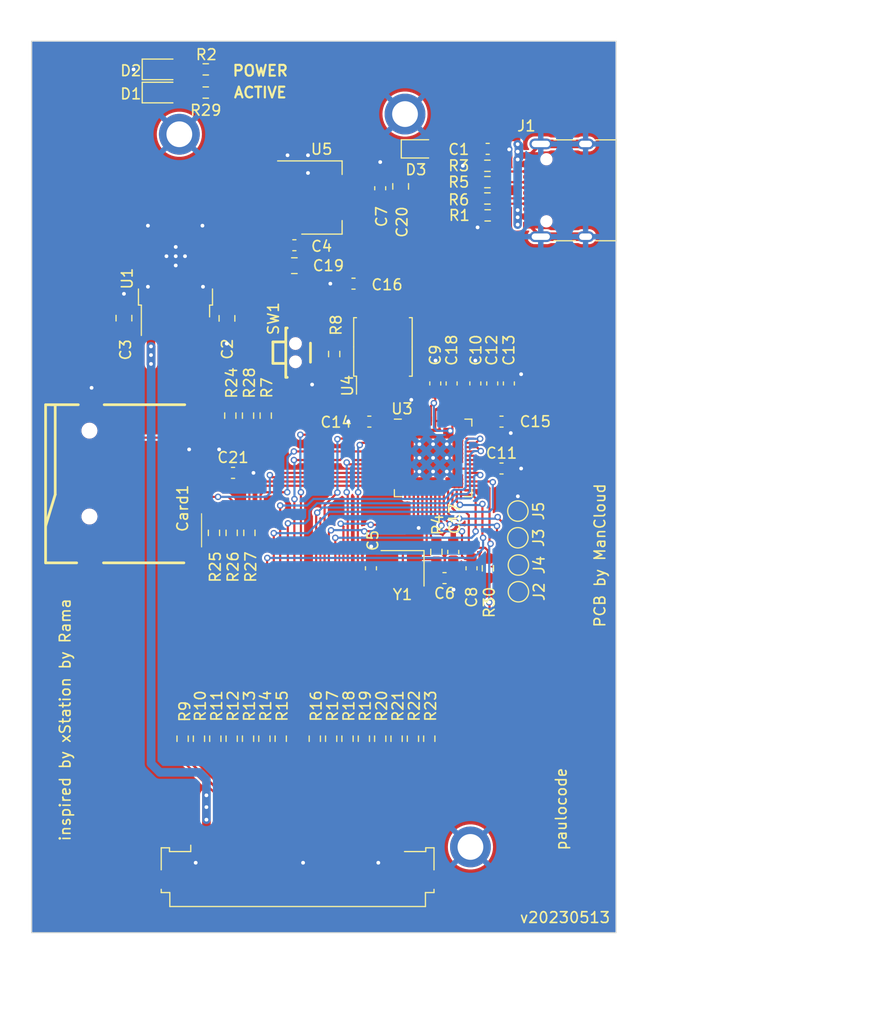
<source format=kicad_pcb>
(kicad_pcb (version 20221018) (generator pcbnew)
  (layers (0 "F.Cu" signal) (31 "B.Cu" signal) (34 "B.Paste" user) (35 "F.Paste" user) (36 "B.SilkS" user "B.Silkscreen") (37 "F.SilkS" user "F.Silkscreen") (38 "B.Mask" user) (39 "F.Mask" user) (44 "Edge.Cuts" user))
  (net 0 "")
  (net 1 "GND")
  (net 2 "VBUS")
  (net 3 "+8V")
  (net 4 "+5V")
  (net 5 "XIN")
  (net 6 "Net-(C6-Pad1)")
  (net 7 "+3V3")
  (net 8 "+1V1")
  (net 9 "D+")
  (net 10 "D-")
  (net 14 "SWDIO")
  (net 15 "SWCLK")
  (net 17 "Net-(D2-A)")
  (net 18 "Net-(J1-CC1)")
  (net 20 "Net-(J1-CC2)")
  (net 22 "Net-(J6-Pin_3)")
  (net 23 "Net-(J6-Pin_4)")
  (net 24 "Net-(J6-Pin_5)")
  (net 25 "Net-(J6-Pin_6)")
  (net 26 "Net-(J6-Pin_7)")
  (net 27 "Net-(J6-Pin_8)")
  (net 28 "Net-(J6-Pin_9)")
  (net 29 "Net-(J6-Pin_12)")
  (net 30 "Net-(J6-Pin_13)")
  (net 31 "XOUT")
  (net 32 "Net-(J6-Pin_14)")
  (net 33 "Net-(J6-Pin_15)")
  (net 34 "SD_MISO")
  (net 35 "QSPI_SS")
  (net 36 "Net-(R8-Pad2)")
  (net 37 "GP4")
  (net 38 "GP16")
  (net 39 "GP19")
  (net 40 "GP27")
  (net 41 "GP26")
  (net 42 "GP6")
  (net 43 "GP0")
  (net 44 "GP21")
  (net 45 "GP1")
  (net 46 "GP15")
  (net 47 "GP17")
  (net 48 "GP14")
  (net 49 "GP7")
  (net 50 "GP18")
  (net 51 "GP2")
  (net 52 "QSPI_SD1")
  (net 53 "QSPI_SD2")
  (net 54 "QSPI_SD0")
  (net 55 "QSPI_SCLK")
  (net 56 "QSPI_SD3")
  (net 57 "Net-(J6-Pin_16)")
  (net 58 "SD_CS")
  (net 59 "SD_MOSI")
  (net 60 "SD_CLK")
  (net 61 "Net-(J6-Pin_17)")
  (net 62 "Net-(J6-Pin_19)")
  (net 63 "Net-(J6-Pin_20)")
  (net 64 "Net-(U3-USB_DP)")
  (net 65 "Net-(U3-USB_DM)")
  (net 79 "Net-(Card1-DAT2(RSV))")
  (net 80 "Net-(Card1-DAT1(RSV))")
  (net 82 "Net-(U3-RUN)")
  (net 83 "Net-(D1-A)")
  (footprint "Capacitor_SMD:C_0603_1608Metric_Pad1.08x0.95mm_HandSolder" (layer "F.Cu") (at 204.3176 66.3194 180)
    (fp_text reference "C16")
    (fp_text value "100n")
  )
  (footprint "Resistor_SMD:R_0603_1608Metric_Pad0.98x0.95mm_HandSolder" (layer "F.Cu") (at 192.9638 108.712 -90)
    (fp_text reference "R12")
    (fp_text value "100R")
  )
  (footprint "Capacitor_SMD:C_0603_1608Metric_Pad1.08x0.95mm_HandSolder" (layer "F.Cu") (at 198.8058 62.738)
    (fp_text reference "C4")
    (fp_text value "1u")
  )
  (footprint "Resistor_SMD:R_0603_1608Metric_Pad0.98x0.95mm_HandSolder" (layer "F.Cu") (at 190.5508 48.514 180)
    (fp_text reference "R29")
    (fp_text value "2.2k")
  )
  (footprint "Capacitor_SMD:C_0805_2012Metric_Pad1.18x1.45mm_HandSolder" (layer "F.Cu") (at 198.8058 64.643)
    (fp_text reference "C19")
    (fp_text value "10u")
  )
  (footprint "LED_SMD:LED_0805_2012Metric_Pad1.15x1.40mm_HandSolder" (layer "F.Cu") (at 186.4868 48.514)
    (fp_text reference "D1")
    (fp_text value "LED")
  )
  (footprint "Capacitor_SMD:C_0805_2012Metric_Pad1.18x1.45mm_HandSolder" (layer "F.Cu") (at 192.526 69.552215 -90)
    (fp_text reference "C2")
    (fp_text value "10u")
  )
  (footprint "Resistor_SMD:R_0603_1608Metric_Pad0.98x0.95mm_HandSolder" (layer "F.Cu") (at 211.3788 108.712 -90)
    (fp_text reference "R23")
    (fp_text value "100R")
  )
  (footprint "Resistor_SMD:R_0603_1608Metric_Pad0.98x0.95mm_HandSolder" (layer "F.Cu") (at 202.5179 72.874 90)
    (fp_text reference "R8")
    (fp_text value "1k")
  )
  (footprint "MountingHole:MountingHole_2.2mm_M2_DIN965_Pad" (layer "F.Cu") (at 209.1182 50.5206)
    (fp_text reference "H3" hide)
    (fp_text value "MountingHole_Pad")
  )
  (footprint "Resistor_SMD:R_0603_1608Metric_Pad0.98x0.95mm_HandSolder" (layer "F.Cu") (at 216.7954 55.335 180)
    (fp_text reference "R3")
    (fp_text value "5k1")
  )
  (footprint "Resistor_SMD:R_0603_1608Metric_Pad0.98x0.95mm_HandSolder" (layer "F.Cu") (at 216.8208 59.9578 180)
    (fp_text reference "R1")
    (fp_text value "5k1")
  )
  (footprint "Resistor_SMD:R_0603_1608Metric_Pad0.98x0.95mm_HandSolder" (layer "F.Cu") (at 192.8368 78.613 -90)
    (fp_text reference "R24")
    (fp_text value "10k")
  )
  (footprint "Capacitor_SMD:C_0603_1608Metric_Pad1.08x0.95mm_HandSolder" (layer "F.Cu") (at 215.3158 92.837 -90)
    (fp_text reference "C8")
    (fp_text value "100n")
  )
  (footprint "Resistor_SMD:R_0603_1608Metric_Pad0.98x0.95mm_HandSolder" (layer "F.Cu") (at 203.7588 108.712 -90)
    (fp_text reference "R18")
    (fp_text value "100R")
  )
  (footprint "Resistor_SMD:R_0603_1608Metric_Pad0.98x0.95mm_HandSolder" (layer "F.Cu") (at 212.0392 91.313 -90)
    (fp_text reference "R4")
    (fp_text value "1k")
  )
  (footprint "Package_TO_SOT_SMD:SOT-223-3_TabPin2" (layer "F.Cu") (at 201.3458 58.293)
    (fp_text reference "U5")
    (fp_text value "AMS1117-3.3")
  )
  (footprint "Resistor_SMD:R_0603_1608Metric_Pad0.98x0.95mm_HandSolder" (layer "F.Cu") (at 194.4878 108.712 -90)
    (fp_text reference "R13")
    (fp_text value "100R")
  )
  (footprint "Connector_FFC-FPC:Molex_200528-0200_1x20-1MP_P1.00mm_Horizontal" (layer "F.Cu") (at 199.1102 120.0474)
    (fp_text reference "J6" hide)
    (fp_text value "Conn_01x20")
  )
  (footprint "Resistor_SMD:R_0603_1608Metric_Pad0.98x0.95mm_HandSolder" (layer "F.Cu") (at 196.1388 78.613 -90)
    (fp_text reference "R7")
    (fp_text value "10k")
  )
  (footprint "Resistor_SMD:R_0603_1608Metric_Pad0.98x0.95mm_HandSolder" (layer "F.Cu") (at 189.9158 108.712 -90)
    (fp_text reference "R10")
    (fp_text value "100R")
  )
  (footprint "Capacitor_SMD:C_0603_1608Metric_Pad1.08x0.95mm_HandSolder" (layer "F.Cu") (at 193.0908 83.947)
    (fp_text reference "C21")
    (fp_text value "1u")
  )
  (footprint "Capacitor_SMD:C_0603_1608Metric_Pad1.08x0.95mm_HandSolder" (layer "F.Cu") (at 215.6714 75.6158 90)
    (fp_text reference "C10")
    (fp_text value "1u")
  )
  (footprint "Resistor_SMD:R_0603_1608Metric_Pad0.98x0.95mm_HandSolder" (layer "F.Cu") (at 188.3918 108.712 -90)
    (fp_text reference "R9")
    (fp_text value "100R")
  )
  (footprint "TestPoint:TestPoint_Pad_D1.5mm" (layer "F.Cu") (at 219.6338 87.503 -90)
    (fp_text reference "J5")
    (fp_text value "G")
  )
  (footprint "Resistor_SMD:R_0603_1608Metric_Pad0.98x0.95mm_HandSolder" (layer "F.Cu") (at 206.8068 108.712 -90)
    (fp_text reference "R20")
    (fp_text value "100R")
  )
  (footprint "Capacitor_SMD:C_0603_1608Metric_Pad1.08x0.95mm_HandSolder" (layer "F.Cu") (at 217.2462 75.6158 90)
    (fp_text reference "C12")
    (fp_text value "1u")
  )
  (footprint "Crystal:Crystal_SMD_3225-4Pin_3.2x2.5mm" (layer "F.Cu") (at 208.8896 92.837 180)
    (fp_text reference "Y1")
    (fp_text value "12 Mhz")
  )
  (footprint "Connector_USB:USB_C_Receptacle_HRO_TYPE-C-31-M-12" (layer "F.Cu") (at 224.898 57.621 90)
    (fp_text reference "J1")
    (fp_text value "USB_C_Receptacle_USB2.0")
  )
  (footprint "Resistor_SMD:R_0603_1608Metric_Pad0.98x0.95mm_HandSolder" (layer "F.Cu") (at 196.0118 108.712 -90)
    (fp_text reference "R14")
    (fp_text value "100R")
  )
  (footprint "Resistor_SMD:R_0603_1608Metric_Pad0.98x0.95mm_HandSolder" (layer "F.Cu") (at 208.3308 108.712 -90)
    (fp_text reference "R21")
    (fp_text value "100R")
  )
  (footprint "Package_TO_SOT_SMD:TO-252-2" (layer "F.Cu") (at 187.7254 65.843815 90)
    (fp_text reference "U1")
    (fp_text value "LM78M05_TO252")
  )
  (footprint "Resistor_SMD:R_0603_1608Metric_Pad0.98x0.95mm_HandSolder" (layer "F.Cu") (at 190.5508 46.355 180)
    (fp_text reference "R2")
    (fp_text value "2.2k")
  )
  (footprint "Package_SO:SOIC-8_5.23x5.23mm_P1.27mm" (layer "F.Cu") (at 207.0608 72.2122 90)
    (fp_text reference "U4")
    (fp_text value "W25Q16JVSSIQ")
  )
  (footprint "Capacitor_SMD:C_0603_1608Metric_Pad1.08x0.95mm_HandSolder" (layer "F.Cu") (at 206.8068 57.4305 90)
    (fp_text reference "C7")
    (fp_text value "1u")
  )
  (footprint "TestPoint:TestPoint_Pad_D1.5mm" (layer "F.Cu") (at 219.6846 92.5322 -90)
    (fp_text reference "J4")
    (fp_text value "C")
  )
  (footprint "Resistor_SMD:R_0603_1608Metric_Pad0.98x0.95mm_HandSolder" (layer "F.Cu") (at 194.6148 89.535 90)
    (fp_text reference "R27")
    (fp_text value "10k")
  )
  (footprint "kicad_lceda:SW-SMD_TS24CA" (layer "F.Cu") (at 199.6818 72.747 90)
    (fp_text reference "SW1")
    (fp_text value "BOOT")
  )
  (footprint "Capacitor_SMD:C_0603_1608Metric_Pad1.08x0.95mm_HandSolder" (layer "F.Cu") (at 216.8208 53.7602 180)
    (fp_text reference "C1")
    (fp_text value "4.7u")
  )
  (footprint "Resistor_SMD:R_0603_1608Metric_Pad0.98x0.95mm_HandSolder" (layer "F.Cu") (at 216.7954 56.859)
    (fp_text reference "R5")
    (fp_text value "27")
  )
  (footprint "Resistor_SMD:R_0603_1608Metric_Pad0.98x0.95mm_HandSolder" (layer "F.Cu") (at 192.9638 89.535 90)
    (fp_text reference "R26")
    (fp_text value "10k")
  )
  (footprint "Capacitor_SMD:C_0603_1608Metric_Pad1.08x0.95mm_HandSolder" (layer "F.Cu") (at 211.9376 75.6158 90)
    (fp_text reference "C9")
    (fp_text value "100n")
  )
  (footprint "Resistor_SMD:R_0603_1608Metric_Pad0.98x0.95mm_HandSolder" (layer "F.Cu") (at 191.3128 89.535 90)
    (fp_text reference "R25")
    (fp_text value "10k")
  )
  (footprint "LED_SMD:LED_0805_2012Metric_Pad1.15x1.40mm_HandSolder" (layer "F.Cu") (at 186.4868 46.355)
    (fp_text reference "D2")
    (fp_text value "LED")
  )
  (footprint "Resistor_SMD:R_0603_1608Metric_Pad0.98x0.95mm_HandSolder" (layer "F.Cu") (at 194.4878 78.613 -90)
    (fp_text reference "R28")
    (fp_text value "10k")
  )
  (footprint "Resistor_SMD:R_0603_1608Metric_Pad0.98x0.95mm_HandSolder" (layer "F.Cu") (at 216.8398 92.837 90)
    (fp_text reference "R30")
    (fp_text value "10k")
  )
  (footprint "MountingHole:MountingHole_2.2mm_M2_DIN965_Pad" (layer "F.Cu") (at 188.087 52.4002)
    (fp_text reference "H2" hide)
    (fp_text value "MountingHole_Pad")
  )
  (footprint "Capacitor_SMD:C_0603_1608Metric_Pad1.08x0.95mm_HandSolder" (layer "F.Cu") (at 213.614 91.313 -90)
    (fp_text reference "C17")
    (fp_text value "100n")
  )
  (footprint "Resistor_SMD:R_0603_1608Metric_Pad0.98x0.95mm_HandSolder" (layer "F.Cu") (at 200.7108 108.712 -90)
    (fp_text reference "R16")
    (fp_text value "47R")
  )
  (footprint "Capacitor_SMD:C_0603_1608Metric_Pad1.08x0.95mm_HandSolder" (layer "F.Cu") (at 205.9432 92.837 90)
    (fp_text reference "C5")
    (fp_text value "30p")
  )
  (footprint "kicad_lceda:TF-SMD_TF-01A" (layer "F.Cu") (at 185.1864 84.963 -90)
    (fp_text reference "Card1")
    (fp_text value "TF-01A")
  )
  (footprint "TestPoint:TestPoint_Pad_D1.5mm" (layer "F.Cu") (at 219.6338 89.9922 -90)
    (fp_text reference "J3")
    (fp_text value "D")
  )
  (footprint "Capacitor_SMD:C_0805_2012Metric_Pad1.18x1.45mm_HandSolder" (layer "F.Cu") (at 182.9248 69.530715 90)
    (fp_text reference "C3")
    (fp_text value "10u")
  )
  (footprint "Resistor_SMD:R_0603_1608Metric_Pad0.98x0.95mm_HandSolder" (layer "F.Cu") (at 191.4398 108.712 -90)
    (fp_text reference "R11")
    (fp_text value "100R")
  )
  (footprint "TestPoint:TestPoint_Pad_D1.5mm" (layer "F.Cu") (at 219.6846 95.0214 -90)
    (fp_text reference "J2")
    (fp_text value "+")
  )
  (footprint "Resistor_SMD:R_0603_1608Metric_Pad0.98x0.95mm_HandSolder" (layer "F.Cu") (at 197.5358 108.712 -90)
    (fp_text reference "R15")
    (fp_text value "100R")
  )
  (footprint "Diode_SMD:D_SOD-323" (layer "F.Cu") (at 210.2676 53.7602)
    (fp_text reference "D3")
    (fp_text value "1N5819WS")
  )
  (footprint "Capacitor_SMD:C_0603_1608Metric_Pad1.08x0.95mm_HandSolder" (layer "F.Cu") (at 212.8012 93.7514)
    (fp_text reference "C6")
    (fp_text value "30p")
  )
  (footprint "Capacitor_SMD:C_0603_1608Metric_Pad1.08x0.95mm_HandSolder" (layer "F.Cu") (at 218.7967 75.6158 90)
    (fp_text reference "C13")
    (fp_text value "100n")
  )
  (footprint "Resistor_SMD:R_0603_1608Metric_Pad0.98x0.95mm_HandSolder" (layer "F.Cu") (at 209.8548 108.712 -90)
    (fp_text reference "R22")
    (fp_text value "100R")
  )
  (footprint "MountingHole:MountingHole_2.2mm_M2_DIN965_Pad" (layer "F.Cu") (at 215.2142 118.7958)
    (fp_text reference "H1" hide)
    (fp_text value "MountingHole_Pad")
  )
  (footprint "Resistor_SMD:R_0603_1608Metric_Pad0.98x0.95mm_HandSolder" (layer "F.Cu") (at 202.2348 108.712 -90)
    (fp_text reference "R17")
    (fp_text value "100R")
  )
  (footprint "Capacitor_SMD:C_0603_1608Metric_Pad1.08x0.95mm_HandSolder" (layer "F.Cu") (at 213.4616 75.6158 90)
    (fp_text reference "C18")
    (fp_text value "100n")
  )
  (footprint "Capacitor_SMD:C_0603_1608Metric_Pad1.08x0.95mm_HandSolder" (layer "F.Cu") (at 218.1098 79.1718)
    (fp_text reference "C15")
    (fp_text value "100n")
  )
  (footprint "RP2040_minimal:RP2040-QFN-56" (layer "F.Cu") (at 211.7344 82.55)
    (fp_text reference "U3")
    (fp_text value "RP2040")
  )
  (footprint "Capacitor_SMD:C_0603_1608Metric_Pad1.08x0.95mm_HandSolder" (layer "F.Cu") (at 205.7908 79.1718 180)
    (fp_text reference "C14")
    (fp_text value "100n")
  )
  (footprint "Resistor_SMD:R_0603_1608Metric_Pad0.98x0.95mm_HandSolder" (layer "F.Cu") (at 216.7954 58.383)
    (fp_text reference "R6")
    (fp_text value "27")
  )
  (footprint "Capacitor_SMD:C_0603_1608Metric_Pad1.08x0.95mm_HandSolder" (layer "F.Cu") (at 218.1098 83.5406)
    (fp_text reference "C11")
    (fp_text value "100n")
  )
  (footprint "Resistor_SMD:R_0603_1608Metric_Pad0.98x0.95mm_HandSolder" (layer "F.Cu") (at 205.2828 108.712 -90)
    (fp_text reference "R19")
    (fp_text value "100R")
  )
  (footprint "Capacitor_SMD:C_0805_2012Metric_Pad1.18x1.45mm_HandSolder" (layer "F.Cu") (at 208.7118 57.2555 90)
    (fp_text reference "C20")
    (fp_text value "10u")
  )
  (gr_rect (start 174.3266 43.7272) (end 228.7842 126.7852) (stroke (width 0.1)) (fill none) (layer "Edge.Cuts"))
  (gr_text "ACTIVE" (at 195.6308 48.514) (layer "F.SilkS") (effects (font (size 1 1) (thickness 0.2))))
  (gr_text "PCB by ManCloud" (at 227.8634 98.425 90) (layer "F.SilkS") (effects (font (size 1 1)) (justify left bottom)))
  (gr_text "POWER" (at 195.6308 46.482) (layer "F.SilkS") (effects (font (size 1 1) (thickness 0.2))))
  (gr_text "paulocode" (at 224.2566 119.2022 90) (layer "F.SilkS") (effects (font (size 1 1)) (justify left bottom)))
  (gr_text "v20230513" (at 219.7354 125.9586) (layer "F.SilkS") (effects (font (size 1 1)) (justify left bottom)))
  (gr_text "inspired by xStation by Rama" (at 178.0286 118.3386 90) (layer "F.SilkS") (effects (font (size 1 1)) (justify left bottom)))
  (segment (start 205.9432 90.8304) (end 205.9686 90.805) (width 0.3) (layer "F.Cu") (net 1))
  (segment (start 203.835 79.1718) (end 204.9283 79.1718) (width 0.3) (layer "F.Cu") (net 1))
  (segment (start 215.8829 55.335) (end 214.5094 55.335) (width 0.3) (layer "F.Cu") (net 1))
  (segment (start 215.2385 93.7514) (end 215.2904 93.6995) (width 0.8) (layer "F.Cu") (net 1))
  (segment (start 199.6102 119.1374) (end 199.6102 120.2606) (width 0.3) (layer "F.Cu") (net 1))
  (segment (start 208.9658 75.8122) (end 208.9658 76.4032) (width 0.3) (layer "F.Cu") (net 1))
  (segment (start 210.7344 88.7316) (end 210.7344 85.9875) (width 0.2) (layer "F.Cu") (net 1))
  (segment (start 213.4616 74.7533) (end 211.9376 74.7533) (width 0.8) (layer "F.Cu") (net 1))
  (segment (start 189.0028 81.764) (end 189.0014 81.7626) (width 0.3) (layer "F.Cu") (net 1))
  (segment (start 219.6338 87.503) (end 219.6338 86.1314) (width 0.2) (layer "F.Cu") (net 1))
  (segment (start 213.6637 94.7939) (end 213.6394 94.8182) (width 0.3) (layer "F.Cu") (net 1))
  (segment (start 220.853 60.871) (end 220.853 61.026) (width 0.3) (layer "F.Cu") (net 1))
  (segment (start 206.6102 120.2502) (end 206.629 120.269) (width 0.3) (layer "F.Cu") (net 1))
  (segment (start 211.9376 74.7533) (end 211.9376 73.5076) (width 0.8) (layer "F.Cu") (net 1))
  (segment (start 190.4624 81.764) (end 189.0028 81.764) (width 0.3) (layer "F.Cu") (net 1))
  (segment (start 179.9104 77.203) (end 179.9104 76.0244) (width 0.3) (layer "F.Cu") (net 1))
  (segment (start 225.948 53.301) (end 221.768 53.301) (width 0.8) (layer "F.Cu") (net 1))
  (segment (start 225.948 61.941) (end 221.768 61.941) (width 0.8) (layer "F.Cu") (net 1))
  (segment (start 220.853 54.216) (end 221.768 53.301) (width 0.3) (layer "F.Cu") (net 1))
  (segment (start 208.9658 76.4032) (end 209.7024 77.1398) (width 0.3) (layer "F.Cu") (net 1))
  (segment (start 189.6102 119.1374) (end 189.6102 120.2682) (width 0.3) (layer "F.Cu") (net 1))
  (segment (start 213.614 93.7017) (end 213.6637 93.7514) (width 0.8) (layer "F.Cu") (net 1))
  (segment (start 200.4568 74.422) (end 200.4568 75.7151) (width 0.3) (layer "F.Cu") (net 1))
  (segment (start 199.6102 120.2606) (end 199.6186 120.269) (width 0.3) (layer "F.Cu") (net 1))
  (segment (start 209.9896 93.687) (end 209.9896 94.5212) (width 0.3) (layer "F.Cu") (net 1))
  (segment (start 191.794 81.764) (end 191.7954 81.7626) (width 0.3) (layer "F.Cu") (net 1))
  (segment (start 189.6102 120.2682) (end 189.611 120.269) (width 0.3) (layer "F.Cu") (net 1))
  (segment (start 217.2462 74.7533) (end 218.7967 74.7533) (width 0.8) (layer "F.Cu") (net 1))
  (segment (start 206.6102 119.1374) (end 206.6102 120.2502) (width 0.3) (layer "F.Cu") (net 1))
  (segment (start 215.6714 74.7533) (end 215.6714 73.4822) (width 0.8) (layer "F.Cu") (net 1))
  (segment (start 210.2866 94.8182) (end 213.6394 94.8182) (width 0.3) (layer "F.Cu") (net 1))
  (segment (start 217.6833 53.7602) (end 218.7766 53.7602) (width 0.3) (layer "F.Cu") (net 1))
  (segment (start 192.4508 70.664915) (end 192.526 70.589715) (width 0.8) (layer "F.Cu") (net 1))
  (segment (start 220.853 54.371) (end 220.853 54.216) (width 0.3) (layer "F.Cu") (net 1))
  (segment (start 199.8433 64.643) (end 199.8433 62.913) (width 0.8) (layer "F.Cu") (net 1))
  (segment (start 209.9896 94.5212) (end 210.2866 94.8182) (width 0.3) (layer "F.Cu") (net 1))
  (segment (start 211.9376 73.5076) (end 211.963 73.4822) (width 0.8) (layer "F.Cu") (net 1))
  (segment (start 218.9723 80.2375) (end 218.9734 80.2386) (width 0.3) (layer "F.Cu") (net 1))
  (segment (start 193.9533 83.947) (end 194.9958 83.947) (width 0.3) (layer "F.Cu") (net 1))
  (segment (start 192.526 71.888) (end 192.5066 71.9074) (width 0.3) (layer "F.Cu") (net 1))
  (segment (start 213.6637 93.7514) (end 213.6637 94.7939) (width 0.3) (layer "F.Cu") (net 1))
  (segment (start 192.526 70.589715) (end 192.526 71.888) (width 0.3) (layer "F.Cu") (net 1))
  (segment (start 215.6714 74.7533) (end 217.2462 74.7533) (width 0.8) (layer "F.Cu") (net 1))
  (segment (start 199.8433 65.9345) (end 200.2282 66.3194) (width 0.8) (layer "F.Cu") (net 1))
  (segment (start 205.9432 91.9745) (end 207.7771 91.9745) (width 0.8) (layer "F.Cu") (net 1))
  (segment (start 182.9248 68.493215) (end 182.9248 67.266215) (width 0.3) (layer "F.Cu") (net 1))
  (segment (start 199.8433 62.913) (end 199.6683 62.738) (width 0.8) (layer "F.Cu") (net 1))
  (segment (start 200.2282 66.3194) (end 202.1586 66.3194) (width 0.8) (layer "F.Cu") (net 1))
  (segment (start 199.8433 64.643) (end 199.8433 65.9345) (width 0.8) (layer "F.Cu") (net 1))
  (segment (start 203.4551 66.3194) (end 202.1586 66.3194) (width 0.8) (layer "F.Cu") (net 1))
  (segment (start 218.9723 79.1718) (end 218.9723 80.2375) (width 0.3) (layer "F.Cu") (net 1))
  (segment (start 207.7771 91.9745) (end 207.7896 91.987) (width 0.8) (layer "F.Cu") (net 1))
  (segment (start 215.9083 61.0481) (end 215.881 61.0754) (width 0.3) (layer "F.Cu") (net 1))
  (segment (start 205.9432 91.9745) (end 205.9432 90.8304) (width 0.3) (layer "F.Cu") (net 1))
  (segment (start 190.4624 81.764) (end 191.794 81.764) (width 0.3) (layer "F.Cu") (net 1))
  (segment (start 219.9386 74.7533) (end 218.7967 74.7533) (width 0.8) (layer "F.Cu") (net 1))
  (segment (start 215.9083 59.9578) (end 215.9083 61.0481) (width 0.3) (layer "F.Cu") (net 1))
  (segment (start 213.6637 93.7514) (end 215.2385 93.7514) (width 0.8) (layer "F.Cu") (net 1))
  (segment (start 210.3882 89.0778) (end 210.7344 88.7316) (width 0.2) (layer "F.Cu") (net 1))
  (segment (start 220.853 61.026) (end 221.768 61.941) (width 0.3) (layer "F.Cu") (net 1))
  (segment (start 200.4568 75.7151) (end 200.4605 75.7188) (width 0.3) (layer "F.Cu") (net 1))
  (segment (start 218.7766 53.7602) (end 218.8274 53.811) (width 0.3) (layer "F.Cu") (net 1))
  (segment (start 213.614 92.1755) (end 213.614 93.7017) (width 0.8) (layer "F.Cu") (net 1))
  (segment (start 179.9104 76.0244) (end 179.9082 76.0222) (width 0.3) (layer "F.Cu") (net 1))
  (segment (start 218.9723 83.5406) (end 219.9386 83.5406) (width 0.3) (layer "F.Cu") (net 1))
  (segment (start 183.8198 46.355) (end 185.4618 46.355) (width 0.3) (layer "F.Cu") (net 1))
  (via (at 202.1586 66.3194) (size 0.6) (drill 0.35) (layers "F.Cu" "B.Cu") (net 1))
  (via (at 206.8068 54.991) (size 0.6) (drill 0.35) (layers "F.Cu" "B.Cu") (net 1))
  (via (at 209.7024 77.1398) (size 0.6) (drill 0.35) (layers "F.Cu" "B.Cu") (net 1))
  (via (at 185.16 60.916215) (size 0.6) (drill 0.35) (layers "F.Cu" "B.Cu") (net 1))
  (via (at 198.1708 54.356) (size 0.6) (drill 0.35) (layers "F.Cu" "B.Cu") (net 1))
  (via (at 187.7508 62.897415) (size 0.6) (drill 0.35) (layers "F.Cu" "B.Cu") (net 1))
  (via (at 187.7508 63.761015) (size 0.6) (drill 0.35) (layers "F.Cu" "B.Cu") (net 1))
  (via (at 185.16 66.605815) (size 0.6) (drill 0.35) (layers "F.Cu" "B.Cu") (net 1))
  (via (at 219.6338 86.1314) (size 0.6) (drill 0.35) (layers "F.Cu" "B.Cu") (net 1))
  (via (at 192.5066 71.9074) (size 0.6) (drill 0.35) (layers "F.Cu" "B.Cu") (net 1))
  (via (at 210.3882 89.0778) (size 0.6) (drill 0.35) (layers "F.Cu" "B.Cu") (net 1))
  (via (at 200.4605 75.7188) (size 0.6) (drill 0.35) (layers "F.Cu" "B.Cu") (net 1))
  (via (at 190.2908 66.605815) (size 0.6) (drill 0.35) (layers "F.Cu" "B.Cu") (net 1))
  (via (at 218.9734 80.2386) (size 0.6) (drill 0.35) (layers "F.Cu" "B.Cu") (net 1))
  (via (at 203.835 79.1718) (size 0.6) (drill 0.35) (layers "F.Cu" "B.Cu") (net 1))
  (via (at 187.7508 64.624615) (size 0.6) (drill 0.35) (layers "F.Cu" "B.Cu") (net 1))
  (via (at 183.8198 46.355) (size 0.6) (drill 0.35) (layers "F.Cu" "B.Cu") (net 1))
  (via (at 218.8274 53.811) (size 0.6) (drill 0.35) (layers "F.Cu" "B.Cu") (net 1))
  (via (at 205.9686 90.805) (size 0.6) (drill 0.35) (layers "F.Cu" "B.Cu") (net 1))
  (via (at 199.6186 120.269) (size 0.6) (drill 0.35) (layers "F.Cu" "B.Cu") (net 1))
  (via (at 219.9386 83.5406) (size 0.6) (drill 0.35) (layers "F.Cu" "B.Cu") (net 1))
  (via (at 191.7954 81.7626) (size 0.6) (drill 0.35) (layers "F.Cu" "B.Cu") (net 1))
  (via (at 186.8872 63.761015) (size 0.6) (drill 0.35) (layers "F.Cu" "B.Cu") (net 1))
  (via (at 182.9248 67.266215) (size 0.6) (drill 0.35) (layers "F.Cu" "B.Cu") (net 1))
  (via (at 211.963 73.4822) (size 0.6) (drill 0.35) (layers "F.Cu" "B.Cu") (net 1))
  (via (at 200.0758 54.356) (size 0.6) (drill 0.35) (layers "F.Cu" "B.Cu") (net 1))
  (via (at 194.9958 83.947) (size 0.6) (drill 0.35) (layers "F.Cu" "B.Cu") (net 1))
  (via (at 188.6144 63.761015) (size 0.6) (drill 0.35) (layers "F.Cu" "B.Cu") (net 1))
  (via (at 215.881 61.0754) (size 0.6) (drill 0.35) (layers "F.Cu" "B.Cu") (net 1))
  (via (at 213.6394 94.8182) (size 0.6) (drill 0.35) (layers "F.Cu" "B.Cu") (net 1))
  (via (at 189.611 120.269) (size 0.6) (drill 0.35) (layers "F.Cu" "B.Cu") (net 1))
  (via (at 206.629 120.269) (size 0.6) (drill 0.35) (layers "F.Cu" "B.Cu") (net 1))
  (via (at 179.9082 76.0222) (size 0.6) (drill 0.35) (layers "F.Cu" "B.Cu") (net 1))
  (via (at 215.6714 73.4822) (size 0.6) (drill 0.35) (layers "F.Cu" "B.Cu") (net 1))
  (via (at 219.9386 74.7533) (size 0.6) (drill 0.35) (layers "F.Cu" "B.Cu") (net 1))
  (via (at 214.5094 55.335) (size 0.6) (drill 0.35) (layers "F.Cu" "B.Cu") (net 1))
  (via (at 190.24 60.916215) (size 0.6) (drill 0.35) (layers "F.Cu" "B.Cu") (net 1))
  (via (at 200.0758 56.007) (size 0.6) (drill 0.35) (layers "F.Cu" "B.Cu") (net 1))
  (via (at 189.0014 81.7626) (size 0.6) (drill 0.35) (layers "F.Cu" "B.Cu") (net 1))
  (segment (start 211.216 53.7602) (end 215.9583 53.7602) (width 0.8) (layer "F.Cu") (net 2))
  (via (at 219.6148 60.1356) (size 0.6) (drill 0.35) (layers "F.Cu" "B.Cu") (net 2))
  (via (at 219.6148 54.7508) (size 0.6) (drill 0.35) (layers "F.Cu" "B.Cu") (net 2))
  (via (at 219.6148 53.3284) (size 0.6) (drill 0.35) (layers "F.Cu" "B.Cu") (net 2))
  (via (at 219.6148 60.8214) (size 0.6) (drill 0.35) (layers "F.Cu" "B.Cu") (net 2))
  (via (at 219.6148 59.4705) (size 0.6) (drill 0.35) (layers "F.Cu" "B.Cu") (net 2))
  (via (at 219.6148 54.0142) (size 0.6) (drill 0.35) (layers "F.Cu" "B.Cu") (net 2))
  (segment (start 219.6148 60.8214) (end 219.6148 60.1356) (width 0.8) (layer "B.Cu") (net 2))
  (segment (start 219.6148 60.1356) (end 219.6148 54.7508) (width 0.8) (layer "B.Cu") (net 2))
  (segment (start 219.7274 53.441) (end 219.6148 53.3284) (width 0.8) (layer "B.Cu") (net 2))
  (segment (start 219.6148 54.7508) (end 219.7274 54.6382) (width 0.8) (layer "B.Cu") (net 2))
  (segment (start 219.7274 54.6382) (end 219.7274 53.441) (width 0.8) (layer "B.Cu") (net 2))
  (segment (start 190.6102 119.1374) (end 190.6102 113.9866) (width 0.8) (layer "F.Cu") (net 3))
  (segment (start 182.9248 70.568215) (end 184.921 70.568215) (width 0.8) (layer "F.Cu") (net 3))
  (segment (start 184.921 70.568215) (end 185.4454 70.043815) (width 0.8) (layer "F.Cu") (net 3))
  (segment (start 185.4454 73.787) (end 185.4454 70.043815) (width 0.8) (layer "F.Cu") (net 3))
  (via (at 185.4454 73.797401) (size 0.6) (drill 0.35) (layers "F.Cu" "B.Cu") (net 3))
  (via (at 190.6102 113.9866) (size 0.6) (drill 0.35) (layers "F.Cu" "B.Cu") (net 3))
  (via (at 190.6102 115.0874) (size 0.6) (drill 0.35) (layers "F.Cu" "B.Cu") (net 3))
  (via (at 185.4454 72.970733) (size 0.6) (drill 0.35) (layers "F.Cu" "B.Cu") (net 3))
  (via (at 190.6102 116.2558) (size 0.6) (drill 0.35) (layers "F.Cu" "B.Cu") (net 3))
  (via (at 185.4454 72.164867) (size 0.6) (drill 0.35) (layers "F.Cu" "B.Cu") (net 3))
  (segment (start 190.6102 112.5306) (end 190.6102 116.2558) (width 0.8) (layer "B.Cu") (net 3))
  (segment (start 185.458334 111.034851) (end 186.271134 111.847651) (width 0.8) (layer "B.Cu") (net 3))
  (segment (start 189.927251 111.847651) (end 190.6102 112.5306) (width 0.8) (layer "B.Cu") (net 3))
  (segment (start 185.4454 73.797401) (end 185.452334 73.804335) (width 0.8) (layer "B.Cu") (net 3))
  (segment (start 185.4454 72.164867) (end 185.458334 72.177801) (width 0.8) (layer "B.Cu") (net 3))
  (segment (start 185.4454 73.797401) (end 185.4454 72.970733) (width 0.8) (layer "B.Cu") (net 3))
  (segment (start 185.4454 72.970733) (end 185.4454 72.164867) (width 0.8) (layer "B.Cu") (net 3))
  (segment (start 185.458334 72.177801) (end 185.458334 111.034851) (width 0.8) (layer "B.Cu") (net 3))
  (segment (start 186.271134 111.847651) (end 189.927251 111.847651) (width 0.8) (layer "B.Cu") (net 3))
  (segment (start 195.7335 60.3071) (end 195.7335 53.8469) (width 0.8) (layer "F.Cu") (net 4))
  (segment (start 197.9433 62.738) (end 197.9433 64.468) (width 0.8) (layer "F.Cu") (net 4))
  (segment (start 190.565285 68.514715) (end 190.0054 69.0746) (width 0.8) (layer "F.Cu") (net 4))
  (segment (start 204.7748 53.213) (end 196.3674 53.213) (width 0.8) (layer "F.Cu") (net 4))
  (segment (start 192.526 68.514715) (end 190.565285 68.514715) (width 0.8) (layer "F.Cu") (net 4))
  (segment (start 193.2178 60.579) (end 195.4616 60.579) (width 0.8) (layer "F.Cu") (net 4))
  (segment (start 195.7601 46.8653) (end 195.7601 53.8203) (width 0.3) (layer "F.Cu") (net 4))
  (segment (start 197.9433 62.738) (end 197.9433 60.8455) (width 0.8) (layer "F.Cu") (net 4))
  (segment (start 191.4379 46.355) (end 195.2498 46.355) (width 0.3) (layer "F.Cu") (net 4))
  (segment (start 192.526 61.2708) (end 193.2178 60.579) (width 0.8) (layer "F.Cu") (net 4))
  (segment (start 209.2176 53.7602) (end 205.322 53.7602) (width 0.8) (layer "F.Cu") (net 4))
  (segment (start 190.0054 69.0746) (end 190.0054 70.043815) (width 0.8) (layer "F.Cu") (net 4))
  (segment (start 197.9433 64.468) (end 197.7683 64.643) (width 0.8) (layer "F.Cu") (net 4))
  (segment (start 195.4616 60.579) (end 195.7335 60.3071) (width 0.8) (layer "F.Cu") (net 4))
  (segment (start 196.3674 53.213) (end 195.7601 53.8203) (width 0.8) (layer "F.Cu") (net 4))
  (segment (start 195.2498 46.355) (end 195.7601 46.8653) (width 0.3) (layer "F.Cu") (net 4))
  (segment (start 195.7335 53.8469) (end 195.7601 53.8203) (width 0.8) (layer "F.Cu") (net 4))
  (segment (start 192.526 68.514715) (end 192.526 61.2708) (width 0.8) (layer "F.Cu") (net 4))
  (segment (start 196.0194 60.593) (end 195.7335 60.3071) (width 0.8) (layer "F.Cu") (net 4))
  (segment (start 198.1958 60.593) (end 196.5198 60.593) (width 0.8) (layer "F.Cu") (net 4))
  (segment (start 196.5198 60.593) (end 196.0194 60.593) (width 0.8) (layer "F.Cu") (net 4))
  (segment (start 205.322 53.7602) (end 204.7748 53.213) (width 0.8) (layer "F.Cu") (net 4))
  (segment (start 197.9433 60.8455) (end 198.1958 60.593) (width 0.8) (layer "F.Cu") (net 4))
  (segment (start 208.915 91.0082) (end 209.1182 90.805) (width 0.2) (layer "F.Cu") (net 5))
  (segment (start 210.8962 90.805) (end 211.1344 90.5668) (width 0.2) (layer "F.Cu") (net 5))
  (segment (start 208.915 92.6616) (end 208.915 91.0082) (width 0.2) (layer "F.Cu") (net 5))
  (segment (start 209.1182 90.805) (end 210.8962 90.805) (width 0.2) (layer "F.Cu") (net 5))
  (segment (start 207.7896 93.687) (end 207.8896 93.687) (width 0.2) (layer "F.Cu") (net 5))
  (segment (start 211.1344 90.5668) (end 211.1344 85.9875) (width 0.2) (layer "F.Cu") (net 5))
  (segment (start 205.9432 93.6995) (end 207.7771 93.6995) (width 0.2) (layer "F.Cu") (net 5))
  (segment (start 207.7771 93.6995) (end 207.7896 93.687) (width 0.2) (layer "F.Cu") (net 5))
  (segment (start 207.8896 93.687) (end 208.915 92.6616) (width 0.2) (layer "F.Cu") (net 5))
  (segment (start 211.9387 93.7514) (end 211.9387 92.326) (width 0.2) (layer "F.Cu") (net 6))
  (segment (start 211.9387 92.326) (end 212.0392 92.2255) (width 0.2) (layer "F.Cu") (net 6))
  (segment (start 211.8007 91.987) (end 212.0392 92.2255) (width 0.2) (layer "F.Cu") (net 6))
  (segment (start 209.9896 91.987) (end 211.8007 91.987) (width 0.2) (layer "F.Cu") (net 6))
  (segment (start 211.8106 85.1662) (end 211.201 85.1662) (width 0.3) (layer "F.Cu") (net 7))
  (segment (start 215.1719 83.55) (end 214.0966 83.55) (width 0.2) (layer "F.Cu") (net 7))
  (segment (start 213.9344 80.137) (end 214.3344 80.137) (width 0.2) (layer "F.Cu") (net 7))
  (segment (start 211.9344 79.1125) (end 212.3344 79.1125) (width 0.2) (layer "F.Cu") (net 7))
  (segment (start 212.3344 79.1125) (end 212.3344 78.0542) (width 0.2) (layer "F.Cu") (net 7))
  (segment (start 211.9344 79.81) (end 211.7598 79.9846) (width 0.2) (layer "F.Cu") (net 7))
  (segment (start 213.9344 79.1125) (end 214.3344 79.1125) (width 0.2) (layer "F.Cu") (net 7))
  (segment (start 212.2678 79.9846) (end 212.3344 79.918) (width 0.3) (layer "F.Cu") (net 7))
  (segment (start 211.9344 78.1336) (end 212.0138 78.0542) (width 0.2) (layer "F.Cu") (net 7))
  (segment (start 213.4616 76.4783) (end 212.9293 76.4783) (width 0.3) (layer "F.Cu") (net 7))
  (segment (start 208.2969 83.55) (end 208.9752 83.55) (width 0.2) (layer "F.Cu") (net 7))
  (segment (start 214.3344 80.137) (end 214.3344 80.578) (width 0.2) (layer "F.Cu") (net 7))
  (segment (start 214.0014 79.95) (end 213.9344 79.883) (width 0.2) (layer "F.Cu") (net 7))
  (segment (start 209.1182 83.4898) (end 209.1182 80.0354) (width 0.3) (layer "F.Cu") (net 7))
  (segment (start 212.3344 79.1125) (end 212.3344 79.918) (width 0.2) (layer "F.Cu") (net 7))
  (segment (start 211.9344 85.29) (end 211.9344 85.9875) (width 0.2) (layer "F.Cu") (net 7))
  (segment (start 212.9293 76.4783) (end 212.7758 76.6318) (width 0.3) (layer "F.Cu") (net 7))
  (segment (start 211.9344 79.1125) (end 211.9344 78.1336) (width 0.2) (layer "F.Cu") (net 7))
  (segment (start 209.1182 83.693) (end 209.1182 83.4898) (width 0.3) (layer "F.Cu") (net 7))
  (segment (start 209.1182 83.4898) (end 209.058 83.55) (width 0.3) (layer "F.Cu") (net 7))
  (segment (start 215.1719 83.55) (end 217.2379 83.55) (width 0.2) (layer "F.Cu") (net 7))
  (segment (start 208.2969 83.55) (end 207.1878 83.55) (width 0.2) (layer "F.Cu") (net 7))
  (segment (start 209.058 83.55) (end 208.900085 83.55) (width 0.3) (layer "F.Cu") (net 7))
  (segment (start 212.3344 79.918) (end 212.217 80.0354) (width 0.2) (layer "F.Cu") (net 7))
  (segment (start 217.2379 83.55) (end 217.2473 83.5406) (width 0.2) (layer "F.Cu") (net 7))
  (segment (start 212.7758 77.2414) (end 212.6514 77.3658) (width 0.3) (layer "F.Cu") (net 7))
  (segment (start 211.9344 79.1125) (end 211.9344 79.81) (width 0.2) (layer "F.Cu") (net 7))
  (segment (start 212.7758 76.6318) (end 212.7758 77.2414) (width 0.3) (layer "F.Cu") (net 7))
  (segment (start 213.9344 79.1125) (end 213.9344 79.883) (width 0.2) (layer "F.Cu") (net 7))
  (segment (start 213.9344 80.137) (end 213.9344 80.3304) (width 0.2) (layer "F.Cu") (net 7))
  (segment (start 209.1182 83.693) (end 209.1182 84.1502) (width 0.3) (layer "F.Cu") (net 7))
  (segment (start 211.8106 85.1662) (end 211.9344 85.29) (width 0.2) (layer "F.Cu") (net 7))
  (segment (start 208.9752 83.55) (end 209.1182 83.693) (width 0.2) (layer "F.Cu") (net 7))
  (segment (start 211.7598 79.9846) (end 212.2678 79.9846) (width 0.3) (layer "F.Cu") (net 7))
  (segment (start 213.9344 79.883) (end 213.9344 80.137) (width 0.2) (layer "F.Cu") (net 7))
  (segment (start 209.1182 80.0354) (end 209.0844 80.0016) (width 0.3) (layer "F.Cu") (net 7))
  (segment (start 211.7598 79.9846) (end 211.4042 79.9846) (width 0.3) (layer "F.Cu") (net 7))
  (segment (start 214.3344 79.1125) (end 214.3344 80.137) (width 0.2) (layer "F.Cu") (net 7))
  (segment (start 208.2969 79.95) (end 208.2969 79.0279) (width 0.2) (layer "F.Cu") (net 7))
  (segment (start 215.1719 79.95) (end 214.0014 79.95) (width 0.2) (layer "F.Cu") (net 7))
  (segment (start 215.6714 77.3938) (end 215.6714 76.4783) (width 0.2) (layer "F.Cu") (net 8))
  (segment (start 212.512879 88.854416) (end 212.512879 88.494618) (width 0.2) (layer "F.Cu") (net 8))
  (segment (start 211.5344 77.7208) (end 211.8106 77.4446) (width 0.2) (layer "F.Cu") (net 8))
  (segment (start 214.4268 91.694) (end 214.7073 91.9745) (width 0.2) (layer "F.Cu") (net 8))
  (segment (start 213.5344 79.828989) (end 213.5344 79.1125) (width 0.2) (layer "F.Cu") (net 8))
  (segment (start 212.512879 88.494618) (end 212.3344 88.316138) (width 0.2) (layer "F.Cu") (net 8))
  (segment (start 213.6902 78.359) (end 214.7062 78.359) (width 0.2) (layer "F.Cu") (net 8))
  (segment (start 213.3349 80.028489) (end 213.5344 79.828989) (width 0.2) (layer "F.Cu") (net 8))
  (segment (start 213.5344 79.1125) (end 213.5344 78.5148) (width 0.2) (layer "F.Cu") (net 8))
  (segment (start 211.5344 79.1125) (end 211.5344 77.7208) (width 0.2) (layer "F.Cu") (net 8))
  (segment (start 211.9376 77.3176) (end 211.8106 77.4446) (width 0.2) (layer "F.Cu") (net 8))
  (segment (start 211.9376 76.4783) (end 211.9376 77.3176) (width 0.2) (layer "F.Cu") (net 8))
  (segment (start 214.7073 91.9745) (end 215.2904 91.9745) (width 0.2) (layer "F.Cu") (net 8))
  (segment (start 212.3344 88.316138) (end 212.3344 85.9875) (width 0.2) (layer "F.Cu") (net 8))
  (segment (start 212.3344 85.9875) (end 212.3344 84.5724) (width 0.2) (layer "F.Cu") (net 8))
  (segment (start 214.4268 89.3927) (end 214.4268 91.694) (width 0.2) (layer "F.Cu") (net 8))
  (segment (start 214.7062 78.359) (end 215.6714 77.3938) (width 0.2) (layer "F.Cu") (net 8))
  (segment (start 213.5344 78.5148) (end 213.6902 78.359) (width 0.2) (layer "F.Cu") (net 8))
  (via (at 211.8106 77.4446) (size 0.6) (drill 0.35) (layers "F.Cu" "B.Cu") (net 8))
  (via (at 212.512879 88.854416) (size 0.6) (drill 0.35) (layers "F.Cu" "B.Cu") (net 8))
  (via (at 213.3349 80.028489) (size 0.6) (drill 0.35) (layers "F.Cu" "B.Cu") (net 8))
  (via (at 214.4268 89.3927) (size 0.6) (drill 0.35) (layers "F.Cu" "B.Cu") (net 8))
  (segment (start 211.8106 79.7306) (end 212.108489 80.028489) (width 0.2) (layer "B.Cu") (net 8))
  (segment (start 212.5827 89.3927) (end 214.4268 89.3927) (width 0.2) (layer "B.Cu") (net 8))
  (segment (start 212.512879 88.854416) (end 212.512879 89.322879) (width 0.2) (layer "B.Cu") (net 8))
  (segment (start 211.8106 77.4446) (end 211.8106 79.7306) (width 0.2) (layer "B.Cu") (net 8))
  (segment (start 212.108489 80.028489) (end 213.3349 80.028489) (width 0.2) (layer "B.Cu") (net 8))
  (segment (start 212.512879 89.322879) (end 212.5827 89.3927) (width 0.2) (layer "B.Cu") (net 8))
  (segment (start 222.233985 57.734051) (end 222.233985 56.972051) (width 0.2) (layer "F.Cu") (net 9))
  (segment (start 220.853 56.871) (end 219.878 56.871) (width 0.2) (layer "F.Cu") (net 9))
  (segment (start 222.233985 56.972051) (end 222.132934 56.871) (width 0.2) (layer "F.Cu") (net 9))
  (segment (start 219.878 56.871) (end 219.866 56.859) (width 0.2) (layer "F.Cu") (net 9))
  (segment (start 220.853 57.871) (end 222.097036 57.871) (width 0.2) (layer "F.Cu") (net 9))
  (segment (start 219.866 56.859) (end 217.7079 56.859) (width 0.2) (layer "F.Cu") (net 9))
  (segment (start 222.132934 56.871) (end 220.853 56.871) (width 0.2) (layer "F.Cu") (net 9))
  (segment (start 222.097036 57.871) (end 222.233985 57.734051) (width 0.2) (layer "F.Cu") (net 9))
  (segment (start 217.7199 58.371) (end 217.7079 58.383) (width 0.2) (layer "F.Cu") (net 10))
  (segment (start 219.578883 58.371) (end 219.320985 58.371) (width 0.2) (layer "F.Cu") (net 10))
  (segment (start 219.578883 58.113102) (end 219.578883 58.371) (width 0.2) (layer "F.Cu") (net 10))
  (segment (start 219.812985 57.371) (end 219.578883 57.605102) (width 0.2) (layer "F.Cu") (net 10))
  (segment (start 219.578883 57.605102) (end 219.578883 58.113102) (width 0.2) (layer "F.Cu") (net 10))
  (segment (start 220.853 57.371) (end 219.812985 57.371) (width 0.2) (layer "F.Cu") (net 10))
  (segment (start 219.578883 58.113102) (end 219.320985 58.371) (width 0.2) (layer "F.Cu") (net 10))
  (segment (start 219.320985 58.371) (end 217.7199 58.371) (width 0.2) (layer "F.Cu") (net 10))
  (segment (start 220.853 58.371) (end 219.578883 58.371) (width 0.2) (layer "F.Cu") (net 10))
  (segment (start 213.1344 87.7346) (end 213.1344 85.9875) (width 0.2) (layer "F.Cu") (net 14))
  (segment (start 214.1728 88.1932) (end 213.593 88.1932) (width 0.2) (layer "F.Cu") (net 14))
  (segment (start 217.7542 88.0618) (end 217.7542 88.1126) (width 0.2) (layer "F.Cu") (net 14))
  (segment (start 217.7542 88.1126) (end 219.6338 89.9922) (width 0.2) (layer "F.Cu") (net 14))
  (segment (start 213.593 88.1932) (end 213.1344 87.7346) (width 0.2) (layer "F.Cu") (net 14))
  (via (at 217.7542 88.0618) (size 0.6) (drill 0.35) (layers "F.Cu" "B.Cu") (net 14))
  (via (at 214.1728 88.1932) (size 0.6) (drill 0.35) (layers "F.Cu" "B.Cu") (net 14))
  (segment (start 214.1938 88.2142) (end 217.6018 88.2142) (width 0.2) (layer "B.Cu") (net 14))
  (segment (start 217.6018 88.2142) (end 217.7542 88.0618) (width 0.2) (layer "B.Cu") (net 14))
  (segment (start 214.1728 88.1932) (end 214.1938 88.2142) (width 0.2) (layer "B.Cu") (net 14))
  (segment (start 217.685889 92.159089) (end 218.059 92.5322) (width 0.2) (layer "F.Cu") (net 15))
  (segment (start 217.685889 88.892111) (end 217.685889 92.159089) (width 0.2) (layer "F.Cu") (net 15))
  (segment (start 218.059 92.5322) (end 219.6846 92.5322) (width 0.2) (layer "F.Cu") (net 15))
  (segment (start 213.300385 88.716438) (end 212.7344 88.150453) (width 0.2) (layer "F.Cu") (net 15))
  (segment (start 212.7344 88.150453) (end 212.7344 85.9875) (width 0.2) (layer "F.Cu") (net 15))
  (via (at 213.300385 88.716438) (size 0.6) (drill 0.35) (layers "F.Cu" "B.Cu") (net 15))
  (via (at 217.685889 88.892111) (size 0.6) (drill 0.35) (layers "F.Cu" "B.Cu") (net 15))
  (segment (start 213.300385 88.716438) (end 213.376647 88.7927) (width 0.2) (layer "B.Cu") (net 15))
  (segment (start 213.376647 88.7927) (end 217.586478 88.7927) (width 0.2) (layer "B.Cu") (net 15))
  (segment (start 217.586478 88.7927) (end 217.685889 88.892111) (width 0.2) (layer "B.Cu") (net 15))
  (segment (start 189.6129 46.355) (end 187.5118 46.355) (width 0.3) (layer "F.Cu") (net 17))
  (segment (start 220.853 58.871) (end 218.8201 58.871) (width 0.2) (layer "F.Cu") (net 18))
  (segment (start 218.8201 58.871) (end 217.7333 59.9578) (width 0.2) (layer "F.Cu") (net 18))
  (segment (start 218.2439 55.871) (end 217.7079 55.335) (width 0.2) (layer "F.Cu") (net 20))
  (segment (start 220.853 55.871) (end 218.2439 55.871) (width 0.2) (layer "F.Cu") (net 20))
  (segment (start 188.3918 110.778251) (end 188.3918 109.6245) (width 0.2) (layer "F.Cu") (net 22))
  (segment (start 191.6102 113.996651) (end 188.3918 110.778251) (width 0.2) (layer "F.Cu") (net 22))
  (segment (start 191.6102 119.1374) (end 191.6102 113.996651) (width 0.2) (layer "F.Cu") (net 22))
  (segment (start 189.9158 109.6245) (end 189.9158 111.125) (width 0.2) (layer "F.Cu") (net 23))
  (segment (start 189.9158 111.125) (end 192.5828 113.792) (width 0.2) (layer "F.Cu") (net 23))
  (segment (start 192.5828 113.792) (end 192.5828 119.11) (width 0.2) (layer "F.Cu") (net 23))
  (segment (start 192.5828 119.11) (end 192.6102 119.1374) (width 0.2) (layer "F.Cu") (net 23))
  (segment (start 193.6102 119.1374) (end 193.6102 113.70815) (width 0.2) (layer "F.Cu") (net 24))
  (segment (start 191.4398 111.53775) (end 191.4398 109.6245) (width 0.2) (layer "F.Cu") (net 24))
  (segment (start 193.6102 113.70815) (end 191.4398 111.53775) (width 0.2) (layer "F.Cu") (net 24))
  (segment (start 194.6148 117.0848) (end 194.6148 113.538) (width 0.2) (layer "F.Cu") (net 25))
  (segment (start 192.9638 111.887) (end 192.9638 109.6245) (width 0.2) (layer "F.Cu") (net 25))
  (segment (start 194.6102 117.0894) (end 194.6148 117.0848) (width 0.2) (layer "F.Cu") (net 25))
  (segment (start 194.6148 113.538) (end 192.9638 111.887) (width 0.2) (layer "F.Cu") (net 25))
  (segment (start 194.6102 119.1374) (end 194.6102 117.0894) (width 0.2) (layer "F.Cu") (net 25))
  (segment (start 195.6102 113.3904) (end 195.6102 119.1374) (width 0.2) (layer "F.Cu") (net 26))
  (segment (start 194.4878 109.6245) (end 194.4878 112.268) (width 0.2) (layer "F.Cu") (net 26))
  (segment (start 194.4878 112.268) (end 195.6102 113.3904) (width 0.2) (layer "F.Cu") (net 26))
  (segment (start 196.6102 110.2229) (end 196.6102 119.1374) (width 0.2) (layer "F.Cu") (net 27))
  (segment (start 196.0118 109.6245) (end 196.6102 110.2229) (width 0.2) (layer "F.Cu") (net 27))
  (segment (start 197.5358 109.6245) (end 197.6102 109.6989) (width 0.2) (layer "F.Cu") (net 28))
  (segment (start 197.6102 109.6989) (end 197.6102 119.1374) (width 0.2) (layer "F.Cu") (net 28))
  (segment (start 200.6102 109.7251) (end 200.6102 119.1374) (width 0.2) (layer "F.Cu") (net 29))
  (segment (start 200.7108 109.6245) (end 200.6102 109.7251) (width 0.2) (layer "F.Cu") (net 29))
  (segment (start 201.6102 110.9876) (end 201.6102 119.1374) (width 0.2) (layer "F.Cu") (net 30))
  (segment (start 202.2348 109.6245) (end 202.2348 110.363) (width 0.2) (layer "F.Cu") (net 30))
  (segment (start 202.2348 110.363) (end 201.6102 110.9876) (width 0.2) (layer "F.Cu") (net 30))
  (segment (start 211.5344 85.9875) (end 211.5344 89.8957) (width 0.2) (layer "F.Cu") (net 31))
  (segment (start 211.5344 89.8957) (end 212.0392 90.4005) (width 0.2) (layer "F.Cu") (net 31))
  (segment (start 202.6102 113.2896) (end 202.6102 119.1374) (width 0.2) (layer "F.Cu") (net 32))
  (segment (start 203.7588 109.6245) (end 203.7588 112.141) (width 0.2) (layer "F.Cu") (net 32))
  (segment (start 203.7588 112.141) (end 202.6102 113.2896) (width 0.2) (layer "F.Cu") (net 32))
  (segment (start 205.2828 111.72825) (end 203.6102 113.40085) (width 0.2) (layer "F.Cu") (net 33))
  (segment (start 203.6102 113.40085) (end 203.6102 119.1374) (width 0.2) (layer "F.Cu") (net 33))
  (segment (start 205.2828 109.6245) (end 205.2828 111.72825) (width 0.2) (layer "F.Cu") (net 33))
  (segment (start 190.4624 80.664) (end 182.0608 80.664) (width 0.2) (layer "F.Cu") (net 34))
  (segment (start 193.8528 78.613) (end 193.7128 78.753) (width 0.2) (layer "F.Cu") (net 34))
  (segment (start 182.0608 80.664) (end 181.8068 80.41) (width 0.2) (layer "F.Cu") (net 34))
  (segment (start 181.8068 80.41) (end 181.8068 48.749) (width 0.2) (layer "F.Cu") (net 34))
  (segment (start 181.8068 48.749) (end 182.0418 48.514) (width 0.2) (layer "F.Cu") (net 34))
  (segment (start 196.1578 83.204) (end 196.1578 78.759) (width 0.2) (layer "F.Cu") (net 34))
  (segment (start 196.0118 78.613) (end 193.8528 78.613) (width 0.2) (layer "F.Cu") (net 34))
  (segment (start 197.167829 83.95) (end 196.768329 83.5505) (width 0.2) (layer "F.Cu") (net 34))
  (segment (start 208.2969 83.95) (end 197.167829 83.95) (width 0.2) (layer "F.Cu") (net 34))
  (segment (start 196.768329 83.5505) (end 196.5043 83.5505) (width 0.2) (layer "F.Cu") (net 34))
  (segment (start 193.7128 78.753) (end 193.7128 80.55) (width 0.2) (layer "F.Cu") (net 34))
  (segment (start 182.0418 48.514) (end 185.4618 48.514) (width 0.2) (layer "F.Cu") (net 34))
  (segment (start 193.5988 80.664) (end 190.4624 80.664) (width 0.2) (layer "F.Cu") (net 34))
  (segment (start 196.5043 83.5505) (end 196.1578 83.204) (width 0.2) (layer "F.Cu") (net 34))
  (segment (start 193.7128 80.55) (end 193.5988 80.664) (width 0.2) (layer "F.Cu") (net 34))
  (segment (start 196.1578 78.759) (end 196.0118 78.613) (width 0.2) (layer "F.Cu") (net 34))
  (segment (start 202.863 75.8122) (end 202.5179 75.4671) (width 0.2) (layer "F.Cu") (net 35))
  (segment (start 205.1558 77.3176) (end 205.1558 75.8122) (width 0.2) (layer "F.Cu") (net 35))
  (segment (start 205.2256 77.3874) (end 205.1558 77.3176) (width 0.2) (layer "F.Cu") (net 35))
  (segment (start 209.1344 78.712286) (end 207.809514 77.3874) (width 0.2) (layer "F.Cu") (net 35))
  (segment (start 209.1344 79.1125) (end 209.1344 78.712286) (width 0.2) (layer "F.Cu") (net 35))
  (segment (start 205.1558 75.8122) (end 202.863 75.8122) (width 0.2) (layer "F.Cu") (net 35))
  (segment (start 202.5179 75.4671) (end 202.5179 73.7865) (width 0.2) (layer "F.Cu") (net 35))
  (segment (start 207.809514 77.3874) (end 205.2256 77.3874) (width 0.2) (layer "F.Cu") (net 35))
  (segment (start 202.5179 71.9615) (end 202.5179 71.1722) (width 0.2) (layer "F.Cu") (net 36))
  (segment (start 200.4568 71.072) (end 202.4177 71.072) (width 0.2) (layer "F.Cu") (net 36))
  (segment (start 202.5179 71.1722) (end 202.4177 71.072) (width 0.2) (layer "F.Cu") (net 36))
  (segment (start 188.9168 105.012) (end 188.3918 105.537) (width 0.2) (layer "F.Cu") (net 37))
  (segment (start 195.0128 105.012) (end 188.9168 105.012) (width 0.2) (layer "F.Cu") (net 37))
  (segment (start 188.3918 105.537) (end 188.3918 107.7995) (width 0.2) (layer "F.Cu") (net 37))
  (segment (start 195.6562 104.3686) (end 195.0128 105.012) (width 0.2) (layer "F.Cu") (net 37))
  (segment (start 195.8857 85.7495) (end 195.6562 85.979) (width 0.2) (layer "F.Cu") (net 37))
  (segment (start 195.6562 85.979) (end 195.6562 104.3686) (width 0.2) (layer "F.Cu") (net 37))
  (segment (start 198.1454 85.7495) (end 195.8857 85.7495) (width 0.2) (layer "F.Cu") (net 37))
  (segment (start 198.7651 81.95) (end 208.2969 81.95) (width 0.2) (layer "F.Cu") (net 37))
  (via (at 198.7651 81.95) (size 0.6) (drill 0.35) (layers "F.Cu" "B.Cu") (net 37))
  (via (at 198.1454 85.7495) (size 0.6) (drill 0.35) (layers "F.Cu" "B.Cu") (net 37))
  (segment (start 198.716571 81.95) (end 198.7651 81.95) (width 0.2) (layer "B.Cu") (net 37))
  (segment (start 198.1651 85.7298) (end 198.1651 82.501471) (width 0.2) (layer "B.Cu") (net 37))
  (segment (start 198.1651 82.501471) (end 198.716571 81.95) (width 0.2) (layer "B.Cu") (net 37))
  (segment (start 198.1454 85.7495) (end 198.1651 85.7298) (width 0.2) (layer "B.Cu") (net 37))
  (segment (start 190.4198 105.412) (end 189.9158 105.916) (width 0.2) (layer "F.Cu") (net 38))
  (segment (start 196.2658 91.892) (end 196.2658 104.902) (width 0.2) (layer "F.Cu") (net 38))
  (segment (start 216.3318 86.8426) (end 216.3318 89.9313) (width 0.2) (layer "F.Cu") (net 38))
  (segment (start 196.286 91.8718) (end 196.2658 91.892) (width 0.2) (layer "F.Cu") (net 38))
  (segment (start 189.9158 105.916) (end 189.9158 107.7995) (width 0.2) (layer "F.Cu") (net 38))
  (segment (start 196.2658 104.902) (end 195.7558 105.412) (width 0.2) (layer "F.Cu") (net 38))
  (segment (start 213.9344 86.619032) (end 213.9344 85.9875) (width 0.2) (layer "F.Cu") (net 38))
  (segment (start 216.3318 89.9313) (end 216.3927 89.9922) (width 0.2) (layer "F.Cu") (net 38))
  (segment (start 195.7558 105.412) (end 190.4198 105.412) (width 0.2) (layer "F.Cu") (net 38))
  (segment (start 214.237897 86.922529) (end 213.9344 86.619032) (width 0.2) (layer "F.Cu") (net 38))
  (via (at 214.237897 86.922529) (size 0.6) (drill 0.35) (layers "F.Cu" "B.Cu") (net 38))
  (via (at 216.3318 86.8426) (size 0.6) (drill 0.35) (layers "F.Cu" "B.Cu") (net 38))
  (via (at 196.286 91.8718) (size 0.6) (drill 0.35) (layers "F.Cu" "B.Cu") (net 38))
  (via (at 216.3927 89.9922) (size 0.6) (drill 0.35) (layers "F.Cu" "B.Cu") (net 38))
  (segment (start 216.3927 90.9981) (end 215.519 91.8718) (width 0.2) (layer "B.Cu") (net 38))
  (segment (start 216.2302 86.9442) (end 214.259568 86.9442) (width 0.2) (layer "B.Cu") (net 38))
  (segment (start 214.259568 86.9442) (end 214.237897 86.922529) (width 0.2) (layer "B.Cu") (net 38))
  (segment (start 215.519 91.8718) (end 196.286 91.8718) (width 0.2) (layer "B.Cu") (net 38))
  (segment (start 216.3927 89.9922) (end 216.3927 90.9981) (width 0.2) (layer "B.Cu") (net 38))
  (segment (start 216.3318 86.8426) (end 216.2302 86.9442) (width 0.2) (layer "B.Cu") (net 38))
  (segment (start 196.2448 105.812) (end 191.9268 105.812) (width 0.2) (layer "F.Cu") (net 39))
  (segment (start 191.9268 105.812) (end 191.4398 106.299) (width 0.2) (layer "F.Cu") (net 39))
  (segment (start 217.2364 84.75) (end 215.1719 84.75) (width 0.2) (layer "F.Cu") (net 39))
  (segment (start 217.297 84.8106) (end 217.2364 84.75) (width 0.2) (layer "F.Cu") (net 39))
  (segment (start 196.8855 89.562684) (end 196.8855 105.1713) (width 0.2) (layer "F.Cu") (net 39))
  (segment (start 191.4398 106.299) (end 191.4398 107.7995) (width 0.2) (layer "F.Cu") (net 39))
  (segment (start 196.8855 105.1713) (end 196.2448 105.812) (width 0.2) (layer "F.Cu") (net 39))
  (via (at 196.8855 89.562684) (size 0.6) (drill 0.35) (layers "F.Cu" "B.Cu") (net 39))
  (via (at 217.297 84.8106) (size 0.6) (drill 0.35) (layers "F.Cu" "B.Cu") (net 39))
  (segment (start 216.9702 87.5758) (end 217.297 87.249) (width 0.2) (layer "B.Cu") (net 39))
  (segment (start 200.048116 89.562684) (end 202.035 87.5758) (width 0.2) (layer "B.Cu") (net 39))
  (segment (start 202.035 87.5758) (end 216.9702 87.5758) (width 0.2) (layer "B.Cu") (net 39))
  (segment (start 196.8855 89.562684) (end 200.048116 89.562684) (width 0.2) (layer "B.Cu") (net 39))
  (segment (start 217.297 87.249) (end 217.297 84.8106) (width 0.2) (layer "B.Cu") (net 39))
  (segment (start 215.737009 81.15) (end 216.11971 80.767299) (width 0.2) (layer "F.Cu") (net 40))
  (segment (start 197.485 86.988553) (end 197.485 105.5878) (width 0.2) (layer "F.Cu") (net 40))
  (segment (start 193.3048 106.212) (end 192.9638 106.553) (width 0.2) (layer "F.Cu") (net 40))
  (segment (start 215.1719 81.15) (end 215.737009 81.15) (width 0.2) (layer "F.Cu") (net 40))
  (segment (start 196.8608 106.212) (end 193.3048 106.212) (width 0.2) (layer "F.Cu") (net 40))
  (segment (start 197.485 105.5878) (end 196.8608 106.212) (width 0.2) (layer "F.Cu") (net 40))
  (segment (start 192.9638 106.553) (end 192.9638 107.7995) (width 0.2) (layer "F.Cu") (net 40))
  (via (at 197.485 86.988553) (size 0.6) (drill 0.35) (layers "F.Cu" "B.Cu") (net 40))
  (via (at 216.11971 80.767299) (size 0.6) (drill 0.35) (layers "F.Cu" "B.Cu") (net 40))
  (segment (start 214.7698 85.3058) (end 214.7698 81.0386) (width 0.2) (layer "B.Cu") (net 40))
  (segment (start 213.657998 85.522529) (end 214.553071 85.522529) (width 0.2) (layer "B.Cu") (net 40))
  (segment (start 212.804725 86.3758) (end 213.657998 85.522529) (width 0.2) (layer "B.Cu") (net 40))
  (segment (start 214.553071 85.522529) (end 214.7698 85.3058) (width 0.2) (layer "B.Cu") (net 40))
  (segment (start 199.980647 86.988553) (end 200.5934 86.3758) (width 0.2) (layer "B.Cu") (net 40))
  (segment (start 214.7698 81.0386) (end 215.041101 80.767299) (width 0.2) (layer "B.Cu") (net 40))
  (segment (start 215.041101 80.767299) (end 216.11971 80.767299) (width 0.2) (layer "B.Cu") (net 40))
  (segment (start 200.5934 86.3758) (end 212.804725 86.3758) (width 0.2) (layer "B.Cu") (net 40))
  (segment (start 197.485 86.988553) (end 199.980647 86.988553) (width 0.2) (layer "B.Cu") (net 40))
  (segment (start 215.8144 81.55) (end 215.1719 81.55) (width 0.2) (layer "F.Cu") (net 41))
  (segment (start 197.6038 106.612) (end 194.9368 106.612) (width 0.2) (layer "F.Cu") (net 41))
  (segment (start 198.1962 88.6601) (end 198.1962 106.0196) (width 0.2) (layer "F.Cu") (net 41))
  (segment (start 198.2063 88.65) (end 198.1962 88.6601) (width 0.2) (layer "F.Cu") (net 41))
  (segment (start 216.1794 81.915) (end 215.8144 81.55) (width 0.2) (layer "F.Cu") (net 41))
  (segment (start 198.1962 106.0196) (end 197.6038 106.612) (width 0.2) (layer "F.Cu") (net 41))
  (segment (start 194.4878 107.061) (end 194.4878 107.7995) (width 0.2) (layer "F.Cu") (net 41))
  (segment (start 194.9368 106.612) (end 194.4878 107.061) (width 0.2) (layer "F.Cu") (net 41))
  (via (at 198.2063 88.65) (size 0.6) (drill 0.35) (layers "F.Cu" "B.Cu") (net 41))
  (via (at 216.1794 81.915) (size 0.6) (drill 0.35) (layers "F.Cu" "B.Cu") (net 41))
  (segment (start 213.823683 85.922529) (end 214.915071 85.922529) (width 0.2) (layer "B.Cu") (net 41))
  (segment (start 200.93 86.7758) (end 212.970411 86.7758) (width 0.2) (layer "B.Cu") (net 41))
  (segment (start 200.2028 87.503) (end 200.93 86.7758) (width 0.2) (layer "B.Cu") (net 41))
  (segment (start 198.2063 88.65) (end 199.8178 88.65) (width 0.2) (layer "B.Cu") (net 41))
  (segment (start 200.2028 88.265) (end 200.2028 87.503) (width 0.2) (layer "B.Cu") (net 41))
  (segment (start 215.1698 82.2642) (end 215.519 81.915) (width 0.2) (layer "B.Cu") (net 41))
  (segment (start 215.1698 85.6678) (end 215.1698 82.2642) (width 0.2) (layer "B.Cu") (net 41))
  (segment (start 212.970411 86.7758) (end 213.823683 85.922529) (width 0.2) (layer "B.Cu") (net 41))
  (segment (start 199.8178 88.65) (end 200.2028 88.265) (width 0.2) (layer "B.Cu") (net 41))
  (segment (start 214.915071 85.922529) (end 215.1698 85.6678) (width 0.2) (layer "B.Cu") (net 41))
  (segment (start 215.519 81.915) (end 216.1794 81.915) (width 0.2) (layer "B.Cu") (net 41))
  (segment (start 198.7651 82.75) (end 203.065871 82.75) (width 0.2) (layer "F.Cu") (net 42))
  (segment (start 196.0118 107.442) (end 196.4418 107.012) (width 0.2) (layer "F.Cu") (net 42))
  (segment (start 198.8058 86.399153) (end 198.8159 86.389053) (width 0.2) (layer "F.Cu") (net 42))
  (segment (start 196.0118 107.7995) (end 196.0118 107.442) (width 0.2) (layer "F.Cu") (net 42))
  (segment (start 203.065871 82.75) (end 203.434071 82.3818) (width 0.2) (layer "F.Cu") (net 42))
  (segment (start 198.3468 107.012) (end 198.8058 106.553) (width 0.2) (layer "F.Cu") (net 42))
  (segment (start 196.4418 107.012) (end 198.3468 107.012) (width 0.2) (layer "F.Cu") (net 42))
  (segment (start 204.299329 82.75) (end 208.2969 82.75) (width 0.2) (layer "F.Cu") (net 42))
  (segment (start 198.8058 106.553) (end 198.8058 86.399153) (width 0.2) (layer "F.Cu") (net 42))
  (segment (start 203.931129 82.3818) (end 204.299329 82.75) (width 0.2) (layer "F.Cu") (net 42))
  (segment (start 203.434071 82.3818) (end 203.931129 82.3818) (width 0.2) (layer "F.Cu") (net 42))
  (via (at 198.7651 82.75) (size 0.6) (drill 0.35) (layers "F.Cu" "B.Cu") (net 42))
  (via (at 198.8159 86.389053) (size 0.6) (drill 0.35) (layers "F.Cu" "B.Cu") (net 42))
  (segment (start 198.8159 82.8008) (end 198.7651 82.75) (width 0.2) (layer "B.Cu") (net 42))
  (segment (start 198.8159 86.389053) (end 198.8159 82.8008) (width 0.2) (layer "B.Cu") (net 42))
  (segment (start 203.286 80.35) (end 208.2969 80.35) (width 0.2) (layer "F.Cu") (net 43))
  (segment (start 199.0833 107.7995) (end 197.5358 107.7995) (width 0.2) (layer "F.Cu") (net 43))
  (segment (start 199.4154 107.4674) (end 199.0833 107.7995) (width 0.2) (layer "F.Cu") (net 43))
  (segment (start 199.3646 80.391) (end 202.2094 80.391) (width 0.2) (layer "F.Cu") (net 43))
  (segment (start 203.1334 80.1974) (end 203.286 80.35) (width 0.2) (layer "F.Cu") (net 43))
  (segment (start 199.4154 85.7495) (end 199.4154 107.4674) (width 0.2) (layer "F.Cu") (net 43))
  (segment (start 202.2094 80.391) (end 202.403 80.1974) (width 0.2) (layer "F.Cu") (net 43))
  (segment (start 202.403 80.1974) (end 203.1334 80.1974) (width 0.2) (layer "F.Cu") (net 43))
  (via (at 199.3646 80.391) (size 0.6) (drill 0.35) (layers "F.Cu" "B.Cu") (net 43))
  (via (at 199.4154 85.7495) (size 0.6) (drill 0.35) (layers "F.Cu" "B.Cu") (net 43))
  (segment (start 199.3646 85.6987) (end 199.3646 80.391) (width 0.2) (layer "B.Cu") (net 43))
  (segment (start 199.4154 85.7495) (end 199.3646 85.6987) (width 0.2) (layer "B.Cu") (net 43))
  (segment (start 200.9389 87.654547) (end 200.8378 87.755647) (width 0.2) (layer "F.Cu") (net 44))
  (segment (start 200.8378 87.755647) (end 200.8378 107.6725) (width 0.2) (layer "F.Cu") (net 44))
  (segment (start 216.1286 84.1495) (end 215.9291 83.95) (width 0.2) (layer "F.Cu") (net 44))
  (segment (start 215.9291 83.95) (end 215.1719 83.95) (width 0.2) (layer "F.Cu") (net 44))
  (segment (start 200.8378 107.6725) (end 200.7108 107.7995) (width 0.2) (layer "F.Cu") (net 44))
  (via (at 200.9389 87.654547) (size 0.6) (drill 0.35) (layers "F.Cu" "B.Cu") (net 44))
  (via (at 216.1286 84.1495) (size 0.6) (drill 0.35) (layers "F.Cu" "B.Cu") (net 44))
  (segment (start 213.989368 86.322529) (end 215.226271 86.322529) (width 0.2) (layer "B.Cu") (net 44))
  (segment (start 215.5698 85.979) (end 215.5698 84.2518) (width 0.2) (layer "B.Cu") (net 44))
  (segment (start 215.5698 84.2518) (end 215.6721 84.1495) (width 0.2) (layer "B.Cu") (net 44))
  (segment (start 201.417647 87.1758) (end 213.136097 87.1758) (width 0.2) (layer "B.Cu") (net 44))
  (segment (start 200.9389 87.654547) (end 201.417647 87.1758) (width 0.2) (layer "B.Cu") (net 44))
  (segment (start 213.136097 87.1758) (end 213.989368 86.322529) (width 0.2) (layer "B.Cu") (net 44))
  (segment (start 215.226271 86.322529) (end 215.5698 85.979) (width 0.2) (layer "B.Cu") (net 44))
  (segment (start 215.6721 84.1495) (end 216.1286 84.1495) (width 0.2) (layer "B.Cu") (net 44))
  (segment (start 201.6219 107.1866) (end 201.6219 86.9729) (width 0.2) (layer "F.Cu") (net 45))
  (segment (start 201.6219 86.9729) (end 202.819 85.7758) (width 0.2) (layer "F.Cu") (net 45))
  (segment (start 208.2969 80.75) (end 202.8664 80.75) (width 0.2) (layer "F.Cu") (net 45))
  (segment (start 202.8664 80.75) (end 202.819 80.7974) (width 0.2) (layer "F.Cu") (net 45))
  (segment (start 202.2348 107.7995) (end 201.6219 107.1866) (width 0.2) (layer "F.Cu") (net 45))
  (via (at 202.819 80.7974) (size 0.6) (drill 0.35) (layers "F.Cu" "B.Cu") (net 45))
  (via (at 202.819 85.7758) (size 0.6) (drill 0.35) (layers "F.Cu" "B.Cu") (net 45))
  (segment (start 202.819 85.7758) (end 202.819 80.7974) (width 0.2) (layer "B.Cu") (net 45))
  (segment (start 202.3618 106.807) (end 202.0219 106.4671) (width 0.2) (layer "F.Cu") (net 46))
  (segment (start 203.3778 106.807) (end 202.3618 106.807) (width 0.2) (layer "F.Cu") (net 46))
  (segment (start 205.3209 89.3927) (end 205.331 89.3826) (width 0.2) (layer "F.Cu") (net 46))
  (segment (start 210.3344 88.1664) (end 210.3344 85.9875) (width 0.2) (layer "F.Cu") (net 46))
  (segment (start 205.331 89.3826) (end 209.1182 89.3826) (width 0.2) (layer "F.Cu") (net 46))
  (segment (start 203.7588 107.7995) (end 203.7588 107.188) (width 0.2) (layer "F.Cu") (net 46))
  (segment (start 202.0219 89.4962) (end 202.2214 89.2967) (width 0.2) (layer "F.Cu") (net 46))
  (segment (start 202.0219 106.4671) (end 202.0219 89.4962) (width 0.2) (layer "F.Cu") (net 46))
  (segment (start 209.1182 89.3826) (end 210.3344 88.1664) (width 0.2) (layer "F.Cu") (net 46))
  (segment (start 203.7588 107.188) (end 203.3778 106.807) (width 0.2) (layer "F.Cu") (net 46))
  (via (at 205.3209 89.3927) (size 0.6) (drill 0.35) (layers "F.Cu" "B.Cu") (net 46))
  (via (at 202.2214 89.2967) (size 0.6) (drill 0.35) (layers "F.Cu" "B.Cu") (net 46))
  (segment (start 202.2371 89.281) (end 205.2092 89.281) (width 0.2) (layer "B.Cu") (net 46))
  (segment (start 205.2092 89.281) (end 205.3209 89.3927) (width 0.2) (layer "B.Cu") (net 46))
  (segment (start 202.2214 89.2967) (end 202.2371 89.281) (width 0.2) (layer "B.Cu") (net 46))
  (segment (start 205.2828 106.841186) (end 204.848614 106.407) (width 0.2) (layer "F.Cu") (net 47))
  (segment (start 204.848614 106.407) (end 202.9778 106.407) (width 0.2) (layer "F.Cu") (net 47))
  (segment (start 202.6219 89.9962) (end 202.7214 90.0957) (width 0.2) (layer "F.Cu") (net 47))
  (segment (start 205.2828 107.7995) (end 205.2828 106.841186) (width 0.2) (layer "F.Cu") (net 47))
  (segment (start 215.6968 89.3922) (end 215.6968 86.3092) (width 0.2) (layer "F.Cu") (net 47))
  (segment (start 215.3751 85.9875) (end 214.3344 85.9875) (width 0.2) (layer "F.Cu") (net 47))
  (segment (start 202.6219 106.0511) (end 202.6219 89.9962) (width 0.2) (layer "F.Cu") (net 47))
  (segment (start 215.6968 86.3092) (end 215.3751 85.9875) (width 0.2) (layer "F.Cu") (net 47))
  (segment (start 202.9778 106.407) (end 202.6219 106.0511) (width 0.2) (layer "F.Cu") (net 47))
  (via (at 202.6219 89.9962) (size 0.6) (drill 0.35) (layers "F.Cu" "B.Cu") (net 47))
  (via (at 215.6968 89.3922) (size 0.6) (drill 0.35) (layers "F.Cu" "B.Cu") (net 47))
  (segment (start 215.6968 89.6112) (end 215.3158 89.9922) (width 0.2) (layer "B.Cu") (net 47))
  (segment (start 215.6968 89.3922) (end 215.6968 89.6112) (width 0.2) (layer "B.Cu") (net 47))
  (segment (start 215.3158 89.9922) (end 202.6259 89.9922) (width 0.2) (layer "B.Cu") (net 47))
  (segment (start 202.6259 89.9922) (end 202.6219 89.9962) (width 0.2) (layer "B.Cu") (net 47))
  (segment (start 203.7208 106.007) (end 203.3778 105.664) (width 0.2) (layer "F.Cu") (net 48))
  (segment (start 209.9344 88.000714) (end 209.9344 85.9875) (width 0.2) (layer "F.Cu") (net 48))
  (segment (start 203.3778 105.664) (end 203.3778 88.9374) (width 0.2) (layer "F.Cu") (net 48))
  (segment (start 209.152014 88.7831) (end 209.9344 88.000714) (width 0.2) (layer "F.Cu") (net 48))
  (segment (start 205.972614 106.007) (end 203.7208 106.007) (width 0.2) (layer "F.Cu") (net 48))
  (segment (start 206.8068 106.841186) (end 205.972614 106.007) (width 0.2) (layer "F.Cu") (net 48))
  (segment (start 206.8068 107.7995) (end 206.8068 106.841186) (width 0.2) (layer "F.Cu") (net 48))
  (segment (start 205.919919 88.7831) (end 209.152014 88.7831) (width 0.2) (layer "F.Cu") (net 48))
  (segment (start 203.3778 88.9374) (end 203.1219 88.6815) (width 0.2) (layer "F.Cu") (net 48))
  (via (at 205.919919 88.7831) (size 0.6) (drill 0.35) (layers "F.Cu" "B.Cu") (net 48))
  (via (at 203.1219 88.6815) (size 0.6) (drill 0.35) (layers "F.Cu" "B.Cu") (net 48))
  (segment (start 205.818319 88.6815) (end 205.919919 88.7831) (width 0.2) (layer "B.Cu") (net 48))
  (segment (start 203.1219 88.6815) (end 205.818319 88.6815) (width 0.2) (layer "B.Cu") (net 48))
  (segment (start 203.6826 82.9818) (end 203.8508 83.15) (width 0.2) (layer "F.Cu") (net 49))
  (segment (start 208.3308 105.918) (end 208.0198 105.607) (width 0.2) (layer "F.Cu") (net 49))
  (segment (start 204.2098 105.607) (end 203.7778 105.175) (width 0.2) (layer "F.Cu") (net 49))
  (segment (start 203.7778 105.175) (end 203.7778 85.8447) (width 0.2) (layer "F.Cu") (net 49))
  (segment (start 208.0198 105.607) (end 204.2098 105.607) (width 0.2) (layer "F.Cu") (net 49))
  (segment (start 208.3308 107.7995) (end 208.3308 105.918) (width 0.2) (layer "F.Cu") (net 49))
  (segment (start 203.7778 85.8447) (end 203.6826 85.7495) (width 0.2) (layer "F.Cu") (net 49))
  (segment (start 203.8508 83.15) (end 208.2969 83.15) (width 0.2) (layer "F.Cu") (net 49))
  (via (at 203.6826 85.7495) (size 0.6) (drill 0.35) (layers "F.Cu" "B.Cu") (net 49))
  (via (at 203.6826 82.9818) (size 0.6) (drill 0.35) (layers "F.Cu" "B.Cu") (net 49))
  (segment (start 203.6826 85.7495) (end 203.6826 82.9818) (width 0.2) (layer "B.Cu") (net 49))
  (segment (start 216.5858 108.712) (end 216.9922 108.3056) (width 0.2) (layer "F.Cu") (net 50))
  (segment (start 216.9922 90.456811) (end 216.9922 85.3694) (width 0.2) (layer "F.Cu") (net 50))
  (segment (start 216.7728 85.15) (end 215.1719 85.15) (width 0.2) (layer "F.Cu") (net 50))
  (segment (start 216.9922 85.3694) (end 216.7728 85.15) (width 0.2) (layer "F.Cu") (net 50))
  (segment (start 209.8548 107.7995) (end 209.8548 108.458) (width 0.2) (layer "F.Cu") (net 50))
  (segment (start 210.1088 108.712) (end 216.5858 108.712) (width 0.2) (layer "F.Cu") (net 50))
  (segment (start 216.9922 96.0374) (end 216.9668 96.012) (width 0.2) (layer "F.Cu") (net 50))
  (segment (start 216.9922 108.3056) (end 216.9922 96.0374) (width 0.2) (layer "F.Cu") (net 50))
  (segment (start 209.8548 108.458) (end 210.1088 108.712) (width 0.2) (layer "F.Cu") (net 50))
  (segment (start 217.086389 90.551) (end 216.9922 90.456811) (width 0.2) (layer "F.Cu") (net 50))
  (via (at 216.9668 96.012) (size 0.6) (drill 0.35) (layers "F.Cu" "B.Cu") (net 50))
  (via (at 217.086389 90.551) (size 0.6) (drill 0.35) (layers "F.Cu" "B.Cu") (net 50))
  (segment (start 216.9668 96.012) (end 216.9668 90.670589) (width 0.2) (layer "B.Cu") (net 50))
  (segment (start 216.9668 90.670589) (end 217.086389 90.551) (width 0.2) (layer "B.Cu") (net 50))
  (segment (start 205.1013 81.15) (end 208.2969 81.15) (width 0.2) (layer "F.Cu") (net 51))
  (segment (start 205.0798 105.207) (end 204.7209 104.8481) (width 0.2) (layer "F.Cu") (net 51))
  (segment (start 204.9018 81.3495) (end 205.1013 81.15) (width 0.2) (layer "F.Cu") (net 51))
  (segment (start 204.7209 104.8481) (end 204.7209 85.778) (width 0.2) (layer "F.Cu") (net 51))
  (segment (start 204.7209 85.778) (end 204.7494 85.7495) (width 0.2) (layer "F.Cu") (net 51))
  (segment (start 211.3788 105.537) (end 211.0488 105.207) (width 0.2) (layer "F.Cu") (net 51))
  (segment (start 211.3788 107.7995) (end 211.3788 105.537) (width 0.2) (layer "F.Cu") (net 51))
  (segment (start 211.0488 105.207) (end 205.0798 105.207) (width 0.2) (layer "F.Cu") (net 51))
  (via (at 204.9018 81.3495) (size 0.6) (drill 0.35) (layers "F.Cu" "B.Cu") (net 51))
  (via (at 204.7494 85.7495) (size 0.6) (drill 0.35) (layers "F.Cu" "B.Cu") (net 51))
  (segment (start 204.7494 81.5019) (end 204.7494 85.7495) (width 0.2) (layer "B.Cu") (net 51))
  (segment (start 204.9018 81.3495) (end 204.7494 81.5019) (width 0.2) (layer "B.Cu") (net 51))
  (segment (start 206.502 70.1294) (end 206.4258 70.2056) (width 0.2) (layer "F.Cu") (net 52))
  (segment (start 209.5344 79.1125) (end 209.5344 78.5466) (width 0.2) (layer "F.Cu") (net 52))
  (segment (start 207.1624 76.9874) (end 207.0608 76.8858) (width 0.2) (layer "F.Cu") (net 52))
  (segment (start 207.01 70.1294) (end 206.502 70.1294) (width 0.2) (layer "F.Cu") (net 52))
  (segment (start 209.5344 78.5466) (end 207.9752 76.9874) (width 0.2) (layer "F.Cu") (net 52))
  (segment (start 206.031891 71.3088) (end 206.1258 71.3088) (width 0.2) (layer "F.Cu") (net 52))
  (segment (start 207.0608 76.8858) (end 207.0608 70.1802) (width 0.2) (layer "F.Cu") (net 52))
  (segment (start 206.1258 70.7088) (end 206.031891 70.7088) (width 0.2) (layer "F.Cu") (net 52))
  (segment (start 206.4258 71.6588) (end 206.4258 75.8122) (width 0.2) (layer "F.Cu") (net 52))
  (segment (start 207.0608 70.1802) (end 207.01 70.1294) (width 0.2) (layer "F.Cu") (net 52))
  (segment (start 206.4258 70.2056) (end 206.4258 70.4088) (width 0.2) (layer "F.Cu") (net 52))
  (segment (start 206.4258 71.6088) (end 206.4258 71.6588) (width 0.2) (layer "F.Cu") (net 52))
  (segment (start 207.9752 76.9874) (end 207.1624 76.9874) (width 0.2) (layer "F.Cu") (net 52))
  (arc (start 205.731891 71.0088) (mid 205.819759 71.220932) (end 206.031891 71.3088) (width 0.2) (layer "F.Cu") (net 52))
  (arc (start 206.031891 70.7088) (mid 205.819759 70.796668) (end 205.731891 71.0088) (width 0.2) (layer "F.Cu") (net 52))
  (arc (start 206.1258 71.3088) (mid 206.337932 71.396668) (end 206.4258 71.6088) (width 0.2) (layer "F.Cu") (net 52))
  (arc (start 206.4258 70.4088) (mid 206.337932 70.620932) (end 206.1258 70.7088) (width 0.2) (layer "F.Cu") (net 52))
  (segment (start 208.2292 69.723) (end 208.3308 69.8246) (width 0.2) (layer "F.Cu") (net 53))
  (segment (start 207.6958 75.8122) (end 207.6958 69.7992) (width 0.2) (layer "F.Cu") (net 53))
  (segment (start 208.3308 71.2278) (end 208.3308 76.7334) (width 0.2) (layer "F.Cu") (net 53))
  (segment (start 208.6308 70.3278) (end 208.751435 70.3278) (width 0.2) (layer "F.Cu") (net 53))
  (segment (start 208.3308 69.8246) (end 208.3308 70.0278) (width 0.2) (layer "F.Cu") (net 53))
  (segment (start 208.3308 76.7334) (end 209.9344 78.337) (width 0.2) (layer "F.Cu") (net 53))
  (segment (start 208.751435 70.9278) (end 208.6308 70.9278) (width 0.2) (layer "F.Cu") (net 53))
  (segment (start 207.772 69.723) (end 208.2292 69.723) (width 0.2) (layer "F.Cu") (net 53))
  (segment (start 209.9344 78.337) (end 209.9344 79.1125) (width 0.2) (layer "F.Cu") (net 53))
  (segment (start 207.6958 69.7992) (end 207.772 69.723) (width 0.2) (layer "F.Cu") (net 53))
  (arc (start 208.3308 70.0278) (mid 208.418668 70.239932) (end 208.6308 70.3278) (width 0.2) (layer "F.Cu") (net 53))
  (arc (start 208.6308 70.9278) (mid 208.418668 71.015668) (end 208.3308 71.2278) (width 0.2) (layer "F.Cu") (net 53))
  (arc (start 208.751435 70.3278) (mid 208.963567 70.415668) (end 209.051435 70.6278) (width 0.2) (layer "F.Cu") (net 53))
  (arc (start 209.051435 70.6278) (mid 208.963567 70.839932) (end 208.751435 70.9278) (width 0.2) (layer "F.Cu") (net 53))
  (segment (start 210.0344 71.4738) (end 209.290941 71.4738) (width 0.2) (layer "F.Cu") (net 54))
  (segment (start 209.779514 70.43624) (end 209.959949 70.567318) (width 0.2) (layer "F.Cu") (net 54))
  (segment (start 208.9658 68.6122) (end 208.9658 69.622526) (width 0.2) (layer "F.Cu") (net 54))
  (segment (start 208.9658 69.622526) (end 209.779514 70.43624) (width 0.2) (layer "F.Cu") (net 54))
  (segment (start 209.290941 73.2738) (end 210.0344 73.2738) (width 0.2) (layer "F.Cu") (net 54))
  (segment (start 210.3344 74.7738) (end 210.3344 74.8238) (width 0.2) (layer "F.Cu") (net 54))
  (segment (start 210.0344 73.8738) (end 209.290941 73.8738) (width 0.2) (layer "F.Cu") (net 54))
  (segment (start 210.3344 70.941769) (end 210.3344 71.1738) (width 0.2) (layer "F.Cu") (net 54))
  (segment (start 210.3344 74.8238) (end 210.3344 79.1125) (width 0.2) (layer "F.Cu") (net 54))
  (segment (start 210.0344 72.6738) (end 209.290941 72.6738) (width 0.2) (layer "F.Cu") (net 54))
  (segment (start 209.959949 70.567318) (end 210.3344 70.941769) (width 0.2) (layer "F.Cu") (net 54))
  (segment (start 209.290941 74.4738) (end 210.0344 74.4738) (width 0.2) (layer "F.Cu") (net 54))
  (segment (start 209.290941 72.0738) (end 210.0344 72.0738) (width 0.2) (layer "F.Cu") (net 54))
  (arc (start 210.0344 73.2738) (mid 210.246532 73.361668) (end 210.3344 73.5738) (width 0.2) (layer "F.Cu") (net 54))
  (arc (start 209.290941 71.4738) (mid 209.078809 71.561668) (end 208.990941 71.7738) (width 0.2) (layer "F.Cu") (net 54))
  (arc (start 210.0344 72.0738) (mid 210.246532 72.161668) (end 210.3344 72.3738) (width 0.2) (layer "F.Cu") (net 54))
  (arc (start 210.3344 73.5738) (mid 210.246532 73.785932) (end 210.0344 73.8738) (width 0.2) (layer "F.Cu") (net 54))
  (arc (start 208.990941 72.9738) (mid 209.078809 73.185932) (end 209.290941 73.2738) (width 0.2) (layer "F.Cu") (net 54))
  (arc (start 209.290941 72.6738) (mid 209.078809 72.761668) (end 208.990941 72.9738) (width 0.2) (layer "F.Cu") (net 54))
  (arc (start 210.0344 74.4738) (mid 210.246532 74.561668) (end 210.3344 74.7738) (width 0.2) (layer "F.Cu") (net 54))
  (arc (start 210.3344 72.3738) (mid 210.246532 72.585932) (end 210.0344 72.6738) (width 0.2) (layer "F.Cu") (net 54))
  (arc (start 209.290941 73.8738) (mid 209.078809 73.961668) (end 208.990941 74.1738) (width 0.2) (layer "F.Cu") (net 54))
  (arc (start 208.990941 74.1738) (mid 209.078809 74.385932) (end 209.290941 74.4738) (width 0.2) (layer "F.Cu") (net 54))
  (arc (start 208.990941 71.7738) (mid 209.078809 71.985932) (end 209.290941 72.0738) (width 0.2) (layer "F.Cu") (net 54))
  (arc (start 210.3344 71.1738) (mid 210.246532 71.385932) (end 210.0344 71.4738) (width 0.2) (layer "F.Cu") (net 54))
  (segment (start 210.2856 67.5122) (end 210.7344 67.961) (width 0.2) (layer "F.Cu") (net 55))
  (segment (start 210.133531 69.0322) (end 210.4344 69.0322) (width 0.2) (layer "F.Cu") (net 55))
  (segment (start 207.6958 67.7672) (end 207.9508 67.5122) (width 0.2) (layer "F.Cu") (net 55))
  (segment (start 210.283531 70.2322) (end 210.4344 70.2322) (width 0.2) (layer "F.Cu") (net 55))
  (segment (start 207.6958 68.6122) (end 207.6958 67.7672) (width 0.2) (layer "F.Cu") (net 55))
  (segment (start 207.9508 67.5122) (end 210.2856 67.5122) (width 0.2) (layer "F.Cu") (net 55))
  (segment (start 210.4344 68.4322) (end 210.133531 68.4322) (width 0.2) (layer "F.Cu") (net 55))
  (segment (start 210.7344 70.5322) (end 210.7344 70.582199) (width 0.2) (layer "F.Cu") (net 55))
  (segment (start 210.7344 70.582199) (end 210.7344 79.1125) (width 0.2) (layer "F.Cu") (net 55))
  (segment (start 210.7344 67.961) (end 210.7344 68.1322) (width 0.2) (layer "F.Cu") (net 55))
  (segment (start 210.4344 69.6322) (end 210.283531 69.6322) (width 0.2) (layer "F.Cu") (net 55))
  (arc (start 210.283531 69.6322) (mid 210.071399 69.720068) (end 209.983531 69.9322) (width 0.2) (layer "F.Cu") (net 55))
  (arc (start 210.7344 69.3322) (mid 210.646532 69.544332) (end 210.4344 69.6322) (width 0.2) (layer "F.Cu") (net 55))
  (arc (start 210.133531 68.4322) (mid 209.921399 68.520068) (end 209.833531 68.7322) (width 0.2) (layer "F.Cu") (net 55))
  (arc (start 210.7344 68.1322) (mid 210.646532 68.344332) (end 210.4344 68.4322) (width 0.2) (layer "F.Cu") (net 55))
  (arc (start 209.833531 68.7322) (mid 209.921399 68.944332) (end 210.133531 69.0322) (width 0.2) (layer "F.Cu") (net 55))
  (arc (start 209.983531 69.9322) (mid 210.071399 70.144332) (end 210.283531 70.2322) (width 0.2) (layer "F.Cu") (net 55))
  (arc (start 210.4344 70.2322) (mid 210.646532 70.320068) (end 210.7344 70.5322) (width 0.2) (layer "F.Cu") (net 55))
  (arc (start 210.4344 69.0322) (mid 210.646532 69.120068) (end 210.7344 69.3322) (width 0.2) (layer "F.Cu") (net 55))
  (segment (start 211.1344 67.599) (end 210.6476 67.1122) (width 0.2) (layer "F.Cu") (net 56))
  (segment (start 210.6476 67.1122) (end 206.9792 67.1122) (width 0.2) (layer "F.Cu") (net 56))
  (segment (start 206.9792 67.1122) (end 206.4258 67.6656) (width 0.2) (layer "F.Cu") (net 56))
  (segment (start 206.4258 67.6656) (end 206.4258 68.6122) (width 0.2) (layer "F.Cu") (net 56))
  (segment (start 211.1344 79.1125) (end 211.1344 67.599) (width 0.2) (layer "F.Cu") (net 56))
  (segment (start 206.8068 109.6245) (end 206.8068 111.379) (width 0.2) (layer "F.Cu") (net 57))
  (segment (start 206.8068 111.379) (end 204.6102 113.5756) (width 0.2) (layer "F.Cu") (net 57))
  (segment (start 204.6102 113.5756) (end 204.6102 119.1374) (width 0.2) (layer "F.Cu") (net 57))
  (segment (start 192.659 86.1822) (end 192.9638 86.487) (width 0.2) (layer "F.Cu") (net 58))
  (segment (start 191.6938 86.1822) (end 190.4806 86.1822) (width 0.2) (layer "F.Cu") (net 58))
  (segment (start 190.4806 86.1822) (end 190.4624 86.164) (width 0.2) (layer "F.Cu") (net 58))
  (segment (start 196.5198 84.1505) (end 196.7193 84.35) (width 0.2) (layer "F.Cu") (net 58))
  (segment (start 191.6938 86.1822) (end 192.659 86.1822) (width 0.2) (layer "F.Cu") (net 58))
  (segment (start 196.7193 84.35) (end 208.2969 84.35) (width 0.2) (layer "F.Cu") (net 58))
  (segment (start 192.9638 86.487) (end 192.9638 88.6225) (width 0.2) (layer "F.Cu") (net 58))
  (via (at 191.6938 86.1822) (size 0.6) (drill 0.35) (layers "F.Cu" "B.Cu") (net 58))
  (via (at 196.5198 84.1505) (size 0.6) (drill 0.35) (layers "F.Cu" "B.Cu") (net 58))
  (segment (start 196.1896 86.1822) (end 191.6938 86.1822) (width 0.2) (layer "B.Cu") (net 58))
  (segment (start 196.5198 84.1505) (end 196.5198 85.852) (width 0.2) (layer "B.Cu") (net 58))
  (segment (start 196.5198 85.852) (end 196.1896 86.1822) (width 0.2) (layer "B.Cu") (net 58))
  (segment (start 208.2969 85.15) (end 194.8688 85.15) (width 0.2) (layer "F.Cu") (net 59))
  (segment (start 190.5484 85.15) (end 190.4624 85.064) (width 0.2) (layer "F.Cu") (net 59))
  (segment (start 194.6148 85.404) (end 194.6148 85.15) (width 0.2) (layer "F.Cu") (net 59))
  (segment (start 194.6148 88.6225) (end 194.6148 85.404) (width 0.2) (layer "F.Cu") (net 59))
  (segment (start 194.3608 85.15) (end 190.5484 85.15) (width 0.2) (layer "F.Cu") (net 59))
  (segment (start 194.8688 85.15) (end 194.6148 85.15) (width 0.2) (layer "F.Cu") (net 59))
  (segment (start 194.6148 85.15) (end 194.3608 85.15) (width 0.2) (layer "F.Cu") (net 59))
  (segment (start 194.6148 85.404) (end 194.8688 85.15) (width 0.2) (layer "F.Cu") (net 59))
  (segment (start 194.6148 85.404) (end 194.3608 85.15) (width 0.2) (layer "F.Cu") (net 59))
  (segment (start 195.7578 83.058) (end 195.5638 82.864) (width 0.2) (layer "F.Cu") (net 60))
  (segment (start 195.7578 84.455) (end 195.7578 83.058) (width 0.2) (layer "F.Cu") (net 60))
  (segment (start 194.4878 79.5255) (end 194.4878 82.677) (width 0.2) (layer "F.Cu") (net 60))
  (segment (start 194.4878 82.677) (end 194.3008 82.864) (width 0.2) (layer "F.Cu") (net 60))
  (segment (start 192.5228 82.864) (end 192.7098 82.864) (width 0.2) (layer "F.Cu") (net 60))
  (segment (start 192.4558 82.864) (end 192.3288 82.864) (width 0.2) (layer "F.Cu") (net 60))
  (segment (start 194.3008 82.864) (end 192.4558 82.864) (width 0.2) (layer "F.Cu") (net 60))
  (segment (start 192.3288 82.864) (end 192.084 82.864) (width 0.2) (layer "F.Cu") (net 60))
  (segment (start 196.0528 84.75) (end 195.7578 84.455) (width 0.2) (layer "F.Cu") (net 60))
  (segment (start 192.084 82.864) (end 190.4624 82.864) (width 0.2) (layer "F.Cu") (net 60))
  (segment (start 195.5638 82.864) (end 194.3008 82.864) (width 0.2) (layer "F.Cu") (net 60))
  (segment (start 208.2969 84.75) (end 196.0528 84.75) (width 0.2) (layer "F.Cu") (net 60))
  (segment (start 208.3308 110.998) (end 205.6102 113.7186) (width 0.2) (layer "F.Cu") (net 61))
  (segment (start 205.6102 113.7186) (end 205.6102 119.1374) (width 0.2) (layer "F.Cu") (net 61))
  (segment (start 208.3308 109.6245) (end 208.3308 110.998) (width 0.2) (layer "F.Cu") (net 61))
  (segment (start 209.8548 109.6245) (end 209.8548 111.22025) (width 0.2) (layer "F.Cu") (net 62))
  (segment (start 209.8548 111.22025) (end 207.6102 113.46485) (width 0.2) (layer "F.Cu") (net 62))
  (segment (start 207.6102 113.46485) (end 207.6102 119.1374) (width 0.2) (layer "F.Cu") (net 62))
  (segment (start 208.6102 113.60785) (end 208.6102 119.1374) (width 0.2) (layer "F.Cu") (net 63))
  (segment (start 211.3788 110.83925) (end 208.6102 113.60785) (width 0.2) (layer "F.Cu") (net 63))
  (segment (start 211.3788 109.6245) (end 211.3788 110.83925) (width 0.2) (layer "F.Cu") (net 63))
  (segment (start 212.7344 79.1125) (end 212.7344 78.158524) (width 0.2) (layer "F.Cu") (net 64))
  (segment (start 214.076914 77.559) (end 214.2366 77.399314) (width 0.2) (layer "F.Cu") (net 64))
  (segment (start 214.2366 77.399314) (end 214.2366 57.3402) (width 0.2) (layer "F.Cu") (net 64))
  (segment (start 212.7344 78.158524) (end 213.333924 77.559) (width 0.2) (layer "F.Cu") (net 64))
  (segment (start 214.7178 56.859) (end 215.8829 56.859) (width 0.2) (layer "F.Cu") (net 64))
  (segment (start 213.333924 77.559) (end 214.076914 77.559) (width 0.2) (layer "F.Cu") (net 64))
  (segment (start 214.2366 57.3402) (end 214.7178 56.859) (width 0.2) (layer "F.Cu") (net 64))
  (segment (start 213.1344 78.32421) (end 213.1344 79.1125) (width 0.2) (layer "F.Cu") (net 65))
  (segment (start 214.395 77.959) (end 213.49961 77.959) (width 0.2) (layer "F.Cu") (net 65))
  (segment (start 214.6366 58.6876) (end 214.6366 77.7174) (width 0.2) (layer "F.Cu") (net 65))
  (segment (start 214.6366 77.7174) (end 214.395 77.959) (width 0.2) (layer "F.Cu") (net 65))
  (segment (start 215.8829 58.383) (end 214.9412 58.383) (width 0.2) (layer "F.Cu") (net 65))
  (segment (start 214.9412 58.383) (end 214.6366 58.6876) (width 0.2) (layer "F.Cu") (net 65))
  (segment (start 213.49961 77.959) (end 213.1344 78.32421) (width 0.2) (layer "F.Cu") (net 65))
  (segment (start 191.3128 87.503) (end 191.3128 88.6225) (width 0.2) (layer "F.Cu") (net 79))
  (segment (start 190.4624 87.264) (end 191.0738 87.264) (width 0.2) (layer "F.Cu") (net 79))
  (segment (start 191.0738 87.264) (end 191.3128 87.503) (width 0.2) (layer "F.Cu") (net 79))
  (segment (start 192.8368 79.5255) (end 192.7983 79.564) (width 0.2) (layer "F.Cu") (net 80))
  (segment (start 192.7983 79.564) (end 190.4624 79.564) (width 0.2) (layer "F.Cu") (net 80))
  (segment (start 213.5344 85.9875) (end 213.5344 87.2456) (width 0.2) (layer "F.Cu") (net 82))
  (segment (start 216.5858 90.932) (end 216.8398 91.186) (width 0.2) (layer "F.Cu") (net 82))
  (segment (start 215.0618 87.884) (end 215.0618 90.678) (width 0.2) (layer "F.Cu") (net 82))
  (segment (start 215.0618 90.678) (end 215.3158 90.932) (width 0.2) (layer "F.Cu") (net 82))
  (segment (start 213.5344 87.2456) (end 213.882 87.5932) (width 0.2) (layer "F.Cu") (net 82))
  (segment (start 216.8398 91.186) (end 216.8398 91.9245) (width 0.2) (layer "F.Cu") (net 82))
  (segment (start 214.771 87.5932) (end 215.0618 87.884) (width 0.2) (layer "F.Cu") (net 82))
  (segment (start 215.3158 90.932) (end 216.5858 90.932) (width 0.2) (layer "F.Cu") (net 82))
  (segment (start 213.882 87.5932) (end 214.771 87.5932) (width 0.2) (layer "F.Cu") (net 82))
  (segment (start 189.6383 48.514) (end 187.5118 48.514) (width 0.2) (layer "F.Cu") (net 83))
  (zone (net 7) (net_name "+3V3") (layer "F.Cu") (connect_pads (clearance 0.15)) (min_thickness 0.15) (fill yes (thermal_gap 0.508) (thermal_bridge_width 0.508) (island_removal_mode 2) (island_area_min 1))
    (polygon (pts (xy 229.718005 39.891603) (xy 230.0478 134.6454) (xy 171.374205 134.176403) (xy 171.958405 40.094803)))
  )
  (zone (net 8) (net_name "+1V1") (layer "F.Cu") (priority 1) (connect_pads yes (clearance 0.15)) (min_thickness 0.15) (fill yes (thermal_gap 0.508) (thermal_bridge_width 0.508))
    (polygon (pts (xy 213.6742 80.7502) (xy 210.0742 80.7502) (xy 210.0742 84.1502) (xy 212.6742 84.1502) (xy 212.6742 84.9502) (xy 211.8742 84.9502) (xy 211.8742 84.7502) (xy 209.4742 84.7502) (xy 209.4742 80.3502) (xy 212.2742 80.3502) (xy 212.2742 80.3534) (xy 212.6742 80.3534) (xy 212.6742 79.7502) (xy 213.6742 79.7502)))
  )
  (zone (net 2) (net_name "VBUS") (layer "F.Cu") (priority 1) (connect_pads yes (clearance 0.254)) (min_thickness 0.254) (fill yes (thermal_gap 0.508) (thermal_bridge_width 0.508) (island_removal_mode 2) (island_area_min 1))
    (polygon (pts (xy 219.8688 54.9032) (xy 221.5706 54.9032) (xy 221.5706 55.462) (xy 219.3862 55.462) (xy 219.3862 53.049) (xy 216.6938 53.049) (xy 216.6938 54.2682) (xy 215.4238 54.2682) (xy 215.4238 52.287) (xy 219.8688 52.287)))
  )
  (zone (net 2) (net_name "VBUS") (layer "F.Cu") (priority 1) (connect_pads yes (clearance 0.254)) (min_thickness 0.254) (fill yes (thermal_gap 0.508) (thermal_bridge_width 0.508) (island_removal_mode 2) (island_area_min 1))
    (polygon (pts (xy 221.570623 60.338639) (xy 219.925097 60.337293) (xy 219.919942 61.100975) (xy 219.3608 61.1262) (xy 219.3608 59.1704) (xy 219.8942 59.1704) (xy 219.8942 59.78) (xy 221.5706 59.78)))
  )
  (zone (net 1) (net_name "GND") (layer "F.Cu") (priority 1) (connect_pads (clearance 0.254)) (min_thickness 0.254) (fill yes (thermal_gap 0.508) (thermal_bridge_width 0.508) (island_removal_mode 2) (island_area_min 1))
    (polygon (pts (xy 200.8378 54.61) (xy 208.9658 54.61) (xy 208.9658 57.531) (xy 206.0448 57.531) (xy 206.0448 55.88) (xy 200.787 55.88) (xy 200.787 57.023) (xy 197.0278 57.023) (xy 197.0278 53.848) (xy 200.8378 53.848)))
  )
  (zone (net 1) (net_name "GND") (layer "B.Cu") (connect_pads (clearance 0.15)) (min_thickness 0.15) (fill yes (thermal_gap 0.508) (thermal_bridge_width 0.508) (island_removal_mode 2) (island_area_min 1))
    (polygon (pts (xy 172.767949 40.333023) (xy 173.021949 135.303623) (xy 230.095749 134.821023) (xy 230.527549 40.536223)))
  )
)
</source>
